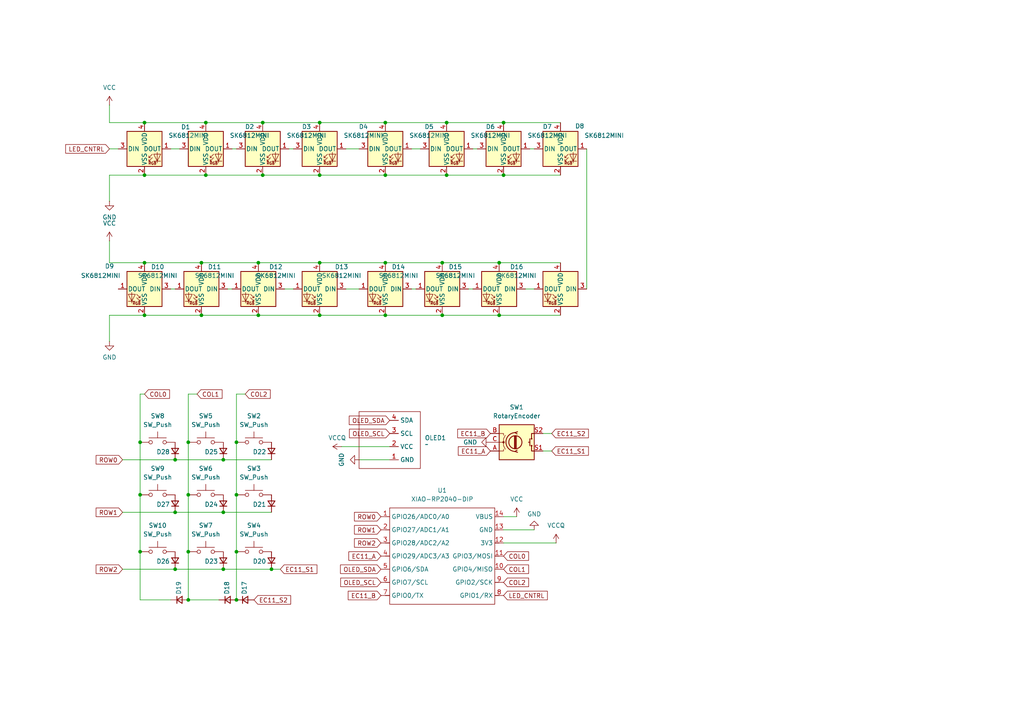
<source format=kicad_sch>
(kicad_sch
	(version 20250114)
	(generator "eeschema")
	(generator_version "9.0")
	(uuid "29fd01b6-88e2-47f1-81a8-ba98adbe7651")
	(paper "A4")
	(title_block
		(title "Hackpad -Rainier")
	)
	(lib_symbols
		(symbol "Device:D_Small"
			(pin_numbers
				(hide yes)
			)
			(pin_names
				(offset 0.254)
				(hide yes)
			)
			(exclude_from_sim no)
			(in_bom yes)
			(on_board yes)
			(property "Reference" "D"
				(at -1.27 2.032 0)
				(effects
					(font
						(size 1.27 1.27)
					)
					(justify left)
				)
			)
			(property "Value" "D_Small"
				(at -3.81 -2.032 0)
				(effects
					(font
						(size 1.27 1.27)
					)
					(justify left)
				)
			)
			(property "Footprint" ""
				(at 0 0 90)
				(effects
					(font
						(size 1.27 1.27)
					)
					(hide yes)
				)
			)
			(property "Datasheet" "~"
				(at 0 0 90)
				(effects
					(font
						(size 1.27 1.27)
					)
					(hide yes)
				)
			)
			(property "Description" "Diode, small symbol"
				(at 0 0 0)
				(effects
					(font
						(size 1.27 1.27)
					)
					(hide yes)
				)
			)
			(property "Sim.Device" "D"
				(at 0 0 0)
				(effects
					(font
						(size 1.27 1.27)
					)
					(hide yes)
				)
			)
			(property "Sim.Pins" "1=K 2=A"
				(at 0 0 0)
				(effects
					(font
						(size 1.27 1.27)
					)
					(hide yes)
				)
			)
			(property "ki_keywords" "diode"
				(at 0 0 0)
				(effects
					(font
						(size 1.27 1.27)
					)
					(hide yes)
				)
			)
			(property "ki_fp_filters" "TO-???* *_Diode_* *SingleDiode* D_*"
				(at 0 0 0)
				(effects
					(font
						(size 1.27 1.27)
					)
					(hide yes)
				)
			)
			(symbol "D_Small_0_1"
				(polyline
					(pts
						(xy -0.762 0) (xy 0.762 0)
					)
					(stroke
						(width 0)
						(type default)
					)
					(fill
						(type none)
					)
				)
				(polyline
					(pts
						(xy -0.762 -1.016) (xy -0.762 1.016)
					)
					(stroke
						(width 0.254)
						(type default)
					)
					(fill
						(type none)
					)
				)
				(polyline
					(pts
						(xy 0.762 -1.016) (xy -0.762 0) (xy 0.762 1.016) (xy 0.762 -1.016)
					)
					(stroke
						(width 0.254)
						(type default)
					)
					(fill
						(type none)
					)
				)
			)
			(symbol "D_Small_1_1"
				(pin passive line
					(at -2.54 0 0)
					(length 1.778)
					(name "K"
						(effects
							(font
								(size 1.27 1.27)
							)
						)
					)
					(number "1"
						(effects
							(font
								(size 1.27 1.27)
							)
						)
					)
				)
				(pin passive line
					(at 2.54 0 180)
					(length 1.778)
					(name "A"
						(effects
							(font
								(size 1.27 1.27)
							)
						)
					)
					(number "2"
						(effects
							(font
								(size 1.27 1.27)
							)
						)
					)
				)
			)
			(embedded_fonts no)
		)
		(symbol "Device:RotaryEncoder_Switch"
			(pin_names
				(offset 0.254)
				(hide yes)
			)
			(exclude_from_sim no)
			(in_bom yes)
			(on_board yes)
			(property "Reference" "SW"
				(at 0 6.604 0)
				(effects
					(font
						(size 1.27 1.27)
					)
				)
			)
			(property "Value" "RotaryEncoder_Switch"
				(at 0 -6.604 0)
				(effects
					(font
						(size 1.27 1.27)
					)
				)
			)
			(property "Footprint" ""
				(at -3.81 4.064 0)
				(effects
					(font
						(size 1.27 1.27)
					)
					(hide yes)
				)
			)
			(property "Datasheet" "~"
				(at 0 6.604 0)
				(effects
					(font
						(size 1.27 1.27)
					)
					(hide yes)
				)
			)
			(property "Description" "Rotary encoder, dual channel, incremental quadrate outputs, with switch"
				(at 0 0 0)
				(effects
					(font
						(size 1.27 1.27)
					)
					(hide yes)
				)
			)
			(property "ki_keywords" "rotary switch encoder switch push button"
				(at 0 0 0)
				(effects
					(font
						(size 1.27 1.27)
					)
					(hide yes)
				)
			)
			(property "ki_fp_filters" "RotaryEncoder*Switch*"
				(at 0 0 0)
				(effects
					(font
						(size 1.27 1.27)
					)
					(hide yes)
				)
			)
			(symbol "RotaryEncoder_Switch_0_1"
				(rectangle
					(start -5.08 5.08)
					(end 5.08 -5.08)
					(stroke
						(width 0.254)
						(type default)
					)
					(fill
						(type background)
					)
				)
				(polyline
					(pts
						(xy -5.08 2.54) (xy -3.81 2.54) (xy -3.81 2.032)
					)
					(stroke
						(width 0)
						(type default)
					)
					(fill
						(type none)
					)
				)
				(polyline
					(pts
						(xy -5.08 0) (xy -3.81 0) (xy -3.81 -1.016) (xy -3.302 -2.032)
					)
					(stroke
						(width 0)
						(type default)
					)
					(fill
						(type none)
					)
				)
				(polyline
					(pts
						(xy -5.08 -2.54) (xy -3.81 -2.54) (xy -3.81 -2.032)
					)
					(stroke
						(width 0)
						(type default)
					)
					(fill
						(type none)
					)
				)
				(polyline
					(pts
						(xy -4.318 0) (xy -3.81 0) (xy -3.81 1.016) (xy -3.302 2.032)
					)
					(stroke
						(width 0)
						(type default)
					)
					(fill
						(type none)
					)
				)
				(circle
					(center -3.81 0)
					(radius 0.254)
					(stroke
						(width 0)
						(type default)
					)
					(fill
						(type outline)
					)
				)
				(polyline
					(pts
						(xy -0.635 -1.778) (xy -0.635 1.778)
					)
					(stroke
						(width 0.254)
						(type default)
					)
					(fill
						(type none)
					)
				)
				(circle
					(center -0.381 0)
					(radius 1.905)
					(stroke
						(width 0.254)
						(type default)
					)
					(fill
						(type none)
					)
				)
				(polyline
					(pts
						(xy -0.381 -1.778) (xy -0.381 1.778)
					)
					(stroke
						(width 0.254)
						(type default)
					)
					(fill
						(type none)
					)
				)
				(arc
					(start -0.381 -2.794)
					(mid -3.0988 -0.0635)
					(end -0.381 2.667)
					(stroke
						(width 0.254)
						(type default)
					)
					(fill
						(type none)
					)
				)
				(polyline
					(pts
						(xy -0.127 1.778) (xy -0.127 -1.778)
					)
					(stroke
						(width 0.254)
						(type default)
					)
					(fill
						(type none)
					)
				)
				(polyline
					(pts
						(xy 0.254 2.921) (xy -0.508 2.667) (xy 0.127 2.286)
					)
					(stroke
						(width 0.254)
						(type default)
					)
					(fill
						(type none)
					)
				)
				(polyline
					(pts
						(xy 0.254 -3.048) (xy -0.508 -2.794) (xy 0.127 -2.413)
					)
					(stroke
						(width 0.254)
						(type default)
					)
					(fill
						(type none)
					)
				)
				(polyline
					(pts
						(xy 3.81 1.016) (xy 3.81 -1.016)
					)
					(stroke
						(width 0.254)
						(type default)
					)
					(fill
						(type none)
					)
				)
				(polyline
					(pts
						(xy 3.81 0) (xy 3.429 0)
					)
					(stroke
						(width 0.254)
						(type default)
					)
					(fill
						(type none)
					)
				)
				(circle
					(center 4.318 1.016)
					(radius 0.127)
					(stroke
						(width 0.254)
						(type default)
					)
					(fill
						(type none)
					)
				)
				(circle
					(center 4.318 -1.016)
					(radius 0.127)
					(stroke
						(width 0.254)
						(type default)
					)
					(fill
						(type none)
					)
				)
				(polyline
					(pts
						(xy 5.08 2.54) (xy 4.318 2.54) (xy 4.318 1.016)
					)
					(stroke
						(width 0.254)
						(type default)
					)
					(fill
						(type none)
					)
				)
				(polyline
					(pts
						(xy 5.08 -2.54) (xy 4.318 -2.54) (xy 4.318 -1.016)
					)
					(stroke
						(width 0.254)
						(type default)
					)
					(fill
						(type none)
					)
				)
			)
			(symbol "RotaryEncoder_Switch_1_1"
				(pin passive line
					(at -7.62 2.54 0)
					(length 2.54)
					(name "A"
						(effects
							(font
								(size 1.27 1.27)
							)
						)
					)
					(number "A"
						(effects
							(font
								(size 1.27 1.27)
							)
						)
					)
				)
				(pin passive line
					(at -7.62 0 0)
					(length 2.54)
					(name "C"
						(effects
							(font
								(size 1.27 1.27)
							)
						)
					)
					(number "C"
						(effects
							(font
								(size 1.27 1.27)
							)
						)
					)
				)
				(pin passive line
					(at -7.62 -2.54 0)
					(length 2.54)
					(name "B"
						(effects
							(font
								(size 1.27 1.27)
							)
						)
					)
					(number "B"
						(effects
							(font
								(size 1.27 1.27)
							)
						)
					)
				)
				(pin passive line
					(at 7.62 2.54 180)
					(length 2.54)
					(name "S1"
						(effects
							(font
								(size 1.27 1.27)
							)
						)
					)
					(number "S1"
						(effects
							(font
								(size 1.27 1.27)
							)
						)
					)
				)
				(pin passive line
					(at 7.62 -2.54 180)
					(length 2.54)
					(name "S2"
						(effects
							(font
								(size 1.27 1.27)
							)
						)
					)
					(number "S2"
						(effects
							(font
								(size 1.27 1.27)
							)
						)
					)
				)
			)
			(embedded_fonts no)
		)
		(symbol "LED:SK6812MINI"
			(pin_names
				(offset 0.254)
			)
			(exclude_from_sim no)
			(in_bom yes)
			(on_board yes)
			(property "Reference" "D"
				(at 5.08 5.715 0)
				(effects
					(font
						(size 1.27 1.27)
					)
					(justify right bottom)
				)
			)
			(property "Value" "SK6812MINI"
				(at 1.27 -5.715 0)
				(effects
					(font
						(size 1.27 1.27)
					)
					(justify left top)
				)
			)
			(property "Footprint" "LED_SMD:LED_SK6812MINI_PLCC4_3.5x3.5mm_P1.75mm"
				(at 1.27 -7.62 0)
				(effects
					(font
						(size 1.27 1.27)
					)
					(justify left top)
					(hide yes)
				)
			)
			(property "Datasheet" "https://cdn-shop.adafruit.com/product-files/2686/SK6812MINI_REV.01-1-2.pdf"
				(at 2.54 -9.525 0)
				(effects
					(font
						(size 1.27 1.27)
					)
					(justify left top)
					(hide yes)
				)
			)
			(property "Description" "RGB LED with integrated controller"
				(at 0 0 0)
				(effects
					(font
						(size 1.27 1.27)
					)
					(hide yes)
				)
			)
			(property "ki_keywords" "RGB LED NeoPixel Mini addressable"
				(at 0 0 0)
				(effects
					(font
						(size 1.27 1.27)
					)
					(hide yes)
				)
			)
			(property "ki_fp_filters" "LED*SK6812MINI*PLCC*3.5x3.5mm*P1.75mm*"
				(at 0 0 0)
				(effects
					(font
						(size 1.27 1.27)
					)
					(hide yes)
				)
			)
			(symbol "SK6812MINI_0_0"
				(text "RGB"
					(at 2.286 -4.191 0)
					(effects
						(font
							(size 0.762 0.762)
						)
					)
				)
			)
			(symbol "SK6812MINI_0_1"
				(polyline
					(pts
						(xy 1.27 -2.54) (xy 1.778 -2.54)
					)
					(stroke
						(width 0)
						(type default)
					)
					(fill
						(type none)
					)
				)
				(polyline
					(pts
						(xy 1.27 -3.556) (xy 1.778 -3.556)
					)
					(stroke
						(width 0)
						(type default)
					)
					(fill
						(type none)
					)
				)
				(polyline
					(pts
						(xy 2.286 -1.524) (xy 1.27 -2.54) (xy 1.27 -2.032)
					)
					(stroke
						(width 0)
						(type default)
					)
					(fill
						(type none)
					)
				)
				(polyline
					(pts
						(xy 2.286 -2.54) (xy 1.27 -3.556) (xy 1.27 -3.048)
					)
					(stroke
						(width 0)
						(type default)
					)
					(fill
						(type none)
					)
				)
				(polyline
					(pts
						(xy 3.683 -1.016) (xy 3.683 -3.556) (xy 3.683 -4.064)
					)
					(stroke
						(width 0)
						(type default)
					)
					(fill
						(type none)
					)
				)
				(polyline
					(pts
						(xy 4.699 -1.524) (xy 2.667 -1.524) (xy 3.683 -3.556) (xy 4.699 -1.524)
					)
					(stroke
						(width 0)
						(type default)
					)
					(fill
						(type none)
					)
				)
				(polyline
					(pts
						(xy 4.699 -3.556) (xy 2.667 -3.556)
					)
					(stroke
						(width 0)
						(type default)
					)
					(fill
						(type none)
					)
				)
				(rectangle
					(start 5.08 5.08)
					(end -5.08 -5.08)
					(stroke
						(width 0.254)
						(type default)
					)
					(fill
						(type background)
					)
				)
			)
			(symbol "SK6812MINI_1_1"
				(pin input line
					(at -7.62 0 0)
					(length 2.54)
					(name "DIN"
						(effects
							(font
								(size 1.27 1.27)
							)
						)
					)
					(number "3"
						(effects
							(font
								(size 1.27 1.27)
							)
						)
					)
				)
				(pin power_in line
					(at 0 7.62 270)
					(length 2.54)
					(name "VDD"
						(effects
							(font
								(size 1.27 1.27)
							)
						)
					)
					(number "4"
						(effects
							(font
								(size 1.27 1.27)
							)
						)
					)
				)
				(pin power_in line
					(at 0 -7.62 90)
					(length 2.54)
					(name "VSS"
						(effects
							(font
								(size 1.27 1.27)
							)
						)
					)
					(number "2"
						(effects
							(font
								(size 1.27 1.27)
							)
						)
					)
				)
				(pin output line
					(at 7.62 0 180)
					(length 2.54)
					(name "DOUT"
						(effects
							(font
								(size 1.27 1.27)
							)
						)
					)
					(number "1"
						(effects
							(font
								(size 1.27 1.27)
							)
						)
					)
				)
			)
			(embedded_fonts no)
		)
		(symbol "OLED:OLED"
			(exclude_from_sim no)
			(in_bom yes)
			(on_board yes)
			(property "Reference" "OLED"
				(at 0 0 0)
				(effects
					(font
						(size 1.27 1.27)
					)
				)
			)
			(property "Value" ""
				(at 0 0 0)
				(effects
					(font
						(size 1.27 1.27)
					)
				)
			)
			(property "Footprint" ""
				(at 0 0 0)
				(effects
					(font
						(size 1.27 1.27)
					)
					(hide yes)
				)
			)
			(property "Datasheet" ""
				(at 0 0 0)
				(effects
					(font
						(size 1.27 1.27)
					)
					(hide yes)
				)
			)
			(property "Description" ""
				(at 0 0 0)
				(effects
					(font
						(size 1.27 1.27)
					)
					(hide yes)
				)
			)
			(symbol "OLED_0_1"
				(rectangle
					(start 8.89 1.27)
					(end -7.62 -16.51)
					(stroke
						(width 0)
						(type default)
					)
					(fill
						(type none)
					)
				)
			)
			(symbol "OLED_1_1"
				(pin input line
					(at -5.08 -7.62 270)
					(length 2.54)
					(name "GND"
						(effects
							(font
								(size 1.27 1.27)
							)
						)
					)
					(number "1"
						(effects
							(font
								(size 1.27 1.27)
							)
						)
					)
				)
				(pin input line
					(at -1.27 -7.62 270)
					(length 2.54)
					(name "VCC"
						(effects
							(font
								(size 1.27 1.27)
							)
						)
					)
					(number "2"
						(effects
							(font
								(size 1.27 1.27)
							)
						)
					)
				)
				(pin input line
					(at 2.54 -7.62 270)
					(length 2.54)
					(name "SCL"
						(effects
							(font
								(size 1.27 1.27)
							)
						)
					)
					(number "3"
						(effects
							(font
								(size 1.27 1.27)
							)
						)
					)
				)
				(pin input line
					(at 6.35 -7.62 270)
					(length 2.54)
					(name "SDA"
						(effects
							(font
								(size 1.27 1.27)
							)
						)
					)
					(number "4"
						(effects
							(font
								(size 1.27 1.27)
							)
						)
					)
				)
			)
			(embedded_fonts no)
		)
		(symbol "OPL:XIAO-RP2040-DIP"
			(exclude_from_sim no)
			(in_bom yes)
			(on_board yes)
			(property "Reference" "U"
				(at 0 0 0)
				(effects
					(font
						(size 1.27 1.27)
					)
				)
			)
			(property "Value" "XIAO-RP2040-DIP"
				(at 5.334 -1.778 0)
				(effects
					(font
						(size 1.27 1.27)
					)
				)
			)
			(property "Footprint" "Module:MOUDLE14P-XIAO-DIP-SMD"
				(at 14.478 -32.258 0)
				(effects
					(font
						(size 1.27 1.27)
					)
					(hide yes)
				)
			)
			(property "Datasheet" ""
				(at 0 0 0)
				(effects
					(font
						(size 1.27 1.27)
					)
					(hide yes)
				)
			)
			(property "Description" ""
				(at 0 0 0)
				(effects
					(font
						(size 1.27 1.27)
					)
					(hide yes)
				)
			)
			(symbol "XIAO-RP2040-DIP_1_0"
				(polyline
					(pts
						(xy -1.27 -2.54) (xy 29.21 -2.54)
					)
					(stroke
						(width 0.1524)
						(type solid)
					)
					(fill
						(type none)
					)
				)
				(polyline
					(pts
						(xy -1.27 -5.08) (xy -2.54 -5.08)
					)
					(stroke
						(width 0.1524)
						(type solid)
					)
					(fill
						(type none)
					)
				)
				(polyline
					(pts
						(xy -1.27 -5.08) (xy -1.27 -2.54)
					)
					(stroke
						(width 0.1524)
						(type solid)
					)
					(fill
						(type none)
					)
				)
				(polyline
					(pts
						(xy -1.27 -8.89) (xy -2.54 -8.89)
					)
					(stroke
						(width 0.1524)
						(type solid)
					)
					(fill
						(type none)
					)
				)
				(polyline
					(pts
						(xy -1.27 -8.89) (xy -1.27 -5.08)
					)
					(stroke
						(width 0.1524)
						(type solid)
					)
					(fill
						(type none)
					)
				)
				(polyline
					(pts
						(xy -1.27 -12.7) (xy -2.54 -12.7)
					)
					(stroke
						(width 0.1524)
						(type solid)
					)
					(fill
						(type none)
					)
				)
				(polyline
					(pts
						(xy -1.27 -12.7) (xy -1.27 -8.89)
					)
					(stroke
						(width 0.1524)
						(type solid)
					)
					(fill
						(type none)
					)
				)
				(polyline
					(pts
						(xy -1.27 -16.51) (xy -2.54 -16.51)
					)
					(stroke
						(width 0.1524)
						(type solid)
					)
					(fill
						(type none)
					)
				)
				(polyline
					(pts
						(xy -1.27 -16.51) (xy -1.27 -12.7)
					)
					(stroke
						(width 0.1524)
						(type solid)
					)
					(fill
						(type none)
					)
				)
				(polyline
					(pts
						(xy -1.27 -20.32) (xy -2.54 -20.32)
					)
					(stroke
						(width 0.1524)
						(type solid)
					)
					(fill
						(type none)
					)
				)
				(polyline
					(pts
						(xy -1.27 -24.13) (xy -2.54 -24.13)
					)
					(stroke
						(width 0.1524)
						(type solid)
					)
					(fill
						(type none)
					)
				)
				(polyline
					(pts
						(xy -1.27 -27.94) (xy -2.54 -27.94)
					)
					(stroke
						(width 0.1524)
						(type solid)
					)
					(fill
						(type none)
					)
				)
				(polyline
					(pts
						(xy -1.27 -30.48) (xy -1.27 -16.51)
					)
					(stroke
						(width 0.1524)
						(type solid)
					)
					(fill
						(type none)
					)
				)
				(polyline
					(pts
						(xy 29.21 -2.54) (xy 29.21 -5.08)
					)
					(stroke
						(width 0.1524)
						(type solid)
					)
					(fill
						(type none)
					)
				)
				(polyline
					(pts
						(xy 29.21 -5.08) (xy 29.21 -8.89)
					)
					(stroke
						(width 0.1524)
						(type solid)
					)
					(fill
						(type none)
					)
				)
				(polyline
					(pts
						(xy 29.21 -8.89) (xy 29.21 -12.7)
					)
					(stroke
						(width 0.1524)
						(type solid)
					)
					(fill
						(type none)
					)
				)
				(polyline
					(pts
						(xy 29.21 -12.7) (xy 29.21 -30.48)
					)
					(stroke
						(width 0.1524)
						(type solid)
					)
					(fill
						(type none)
					)
				)
				(polyline
					(pts
						(xy 29.21 -30.48) (xy -1.27 -30.48)
					)
					(stroke
						(width 0.1524)
						(type solid)
					)
					(fill
						(type none)
					)
				)
				(polyline
					(pts
						(xy 30.48 -5.08) (xy 29.21 -5.08)
					)
					(stroke
						(width 0.1524)
						(type solid)
					)
					(fill
						(type none)
					)
				)
				(polyline
					(pts
						(xy 30.48 -8.89) (xy 29.21 -8.89)
					)
					(stroke
						(width 0.1524)
						(type solid)
					)
					(fill
						(type none)
					)
				)
				(polyline
					(pts
						(xy 30.48 -12.7) (xy 29.21 -12.7)
					)
					(stroke
						(width 0.1524)
						(type solid)
					)
					(fill
						(type none)
					)
				)
				(polyline
					(pts
						(xy 30.48 -16.51) (xy 29.21 -16.51)
					)
					(stroke
						(width 0.1524)
						(type solid)
					)
					(fill
						(type none)
					)
				)
				(polyline
					(pts
						(xy 30.48 -20.32) (xy 29.21 -20.32)
					)
					(stroke
						(width 0.1524)
						(type solid)
					)
					(fill
						(type none)
					)
				)
				(polyline
					(pts
						(xy 30.48 -24.13) (xy 29.21 -24.13)
					)
					(stroke
						(width 0.1524)
						(type solid)
					)
					(fill
						(type none)
					)
				)
				(polyline
					(pts
						(xy 30.48 -27.94) (xy 29.21 -27.94)
					)
					(stroke
						(width 0.1524)
						(type solid)
					)
					(fill
						(type none)
					)
				)
				(pin passive line
					(at -3.81 -5.08 0)
					(length 2.54)
					(name "GPIO26/ADC0/A0"
						(effects
							(font
								(size 1.27 1.27)
							)
						)
					)
					(number "1"
						(effects
							(font
								(size 1.27 1.27)
							)
						)
					)
				)
				(pin passive line
					(at -3.81 -8.89 0)
					(length 2.54)
					(name "GPIO27/ADC1/A1"
						(effects
							(font
								(size 1.27 1.27)
							)
						)
					)
					(number "2"
						(effects
							(font
								(size 1.27 1.27)
							)
						)
					)
				)
				(pin passive line
					(at -3.81 -12.7 0)
					(length 2.54)
					(name "GPIO28/ADC2/A2"
						(effects
							(font
								(size 1.27 1.27)
							)
						)
					)
					(number "3"
						(effects
							(font
								(size 1.27 1.27)
							)
						)
					)
				)
				(pin passive line
					(at -3.81 -16.51 0)
					(length 2.54)
					(name "GPIO29/ADC3/A3"
						(effects
							(font
								(size 1.27 1.27)
							)
						)
					)
					(number "4"
						(effects
							(font
								(size 1.27 1.27)
							)
						)
					)
				)
				(pin passive line
					(at -3.81 -20.32 0)
					(length 2.54)
					(name "GPIO6/SDA"
						(effects
							(font
								(size 1.27 1.27)
							)
						)
					)
					(number "5"
						(effects
							(font
								(size 1.27 1.27)
							)
						)
					)
				)
				(pin passive line
					(at -3.81 -24.13 0)
					(length 2.54)
					(name "GPIO7/SCL"
						(effects
							(font
								(size 1.27 1.27)
							)
						)
					)
					(number "6"
						(effects
							(font
								(size 1.27 1.27)
							)
						)
					)
				)
				(pin passive line
					(at -3.81 -27.94 0)
					(length 2.54)
					(name "GPIO0/TX"
						(effects
							(font
								(size 1.27 1.27)
							)
						)
					)
					(number "7"
						(effects
							(font
								(size 1.27 1.27)
							)
						)
					)
				)
				(pin passive line
					(at 31.75 -5.08 180)
					(length 2.54)
					(name "VBUS"
						(effects
							(font
								(size 1.27 1.27)
							)
						)
					)
					(number "14"
						(effects
							(font
								(size 1.27 1.27)
							)
						)
					)
				)
				(pin passive line
					(at 31.75 -8.89 180)
					(length 2.54)
					(name "GND"
						(effects
							(font
								(size 1.27 1.27)
							)
						)
					)
					(number "13"
						(effects
							(font
								(size 1.27 1.27)
							)
						)
					)
				)
				(pin passive line
					(at 31.75 -12.7 180)
					(length 2.54)
					(name "3V3"
						(effects
							(font
								(size 1.27 1.27)
							)
						)
					)
					(number "12"
						(effects
							(font
								(size 1.27 1.27)
							)
						)
					)
				)
				(pin passive line
					(at 31.75 -16.51 180)
					(length 2.54)
					(name "GPIO3/MOSI"
						(effects
							(font
								(size 1.27 1.27)
							)
						)
					)
					(number "11"
						(effects
							(font
								(size 1.27 1.27)
							)
						)
					)
				)
				(pin passive line
					(at 31.75 -20.32 180)
					(length 2.54)
					(name "GPIO4/MISO"
						(effects
							(font
								(size 1.27 1.27)
							)
						)
					)
					(number "10"
						(effects
							(font
								(size 1.27 1.27)
							)
						)
					)
				)
				(pin passive line
					(at 31.75 -24.13 180)
					(length 2.54)
					(name "GPIO2/SCK"
						(effects
							(font
								(size 1.27 1.27)
							)
						)
					)
					(number "9"
						(effects
							(font
								(size 1.27 1.27)
							)
						)
					)
				)
				(pin passive line
					(at 31.75 -27.94 180)
					(length 2.54)
					(name "GPIO1/RX"
						(effects
							(font
								(size 1.27 1.27)
							)
						)
					)
					(number "8"
						(effects
							(font
								(size 1.27 1.27)
							)
						)
					)
				)
			)
			(embedded_fonts no)
		)
		(symbol "Switch:SW_Push"
			(pin_numbers
				(hide yes)
			)
			(pin_names
				(offset 1.016)
				(hide yes)
			)
			(exclude_from_sim no)
			(in_bom yes)
			(on_board yes)
			(property "Reference" "SW"
				(at 1.27 2.54 0)
				(effects
					(font
						(size 1.27 1.27)
					)
					(justify left)
				)
			)
			(property "Value" "SW_Push"
				(at 0 -1.524 0)
				(effects
					(font
						(size 1.27 1.27)
					)
				)
			)
			(property "Footprint" ""
				(at 0 5.08 0)
				(effects
					(font
						(size 1.27 1.27)
					)
					(hide yes)
				)
			)
			(property "Datasheet" "~"
				(at 0 5.08 0)
				(effects
					(font
						(size 1.27 1.27)
					)
					(hide yes)
				)
			)
			(property "Description" "Push button switch, generic, two pins"
				(at 0 0 0)
				(effects
					(font
						(size 1.27 1.27)
					)
					(hide yes)
				)
			)
			(property "ki_keywords" "switch normally-open pushbutton push-button"
				(at 0 0 0)
				(effects
					(font
						(size 1.27 1.27)
					)
					(hide yes)
				)
			)
			(symbol "SW_Push_0_1"
				(circle
					(center -2.032 0)
					(radius 0.508)
					(stroke
						(width 0)
						(type default)
					)
					(fill
						(type none)
					)
				)
				(polyline
					(pts
						(xy 0 1.27) (xy 0 3.048)
					)
					(stroke
						(width 0)
						(type default)
					)
					(fill
						(type none)
					)
				)
				(circle
					(center 2.032 0)
					(radius 0.508)
					(stroke
						(width 0)
						(type default)
					)
					(fill
						(type none)
					)
				)
				(polyline
					(pts
						(xy 2.54 1.27) (xy -2.54 1.27)
					)
					(stroke
						(width 0)
						(type default)
					)
					(fill
						(type none)
					)
				)
				(pin passive line
					(at -5.08 0 0)
					(length 2.54)
					(name "1"
						(effects
							(font
								(size 1.27 1.27)
							)
						)
					)
					(number "1"
						(effects
							(font
								(size 1.27 1.27)
							)
						)
					)
				)
				(pin passive line
					(at 5.08 0 180)
					(length 2.54)
					(name "2"
						(effects
							(font
								(size 1.27 1.27)
							)
						)
					)
					(number "2"
						(effects
							(font
								(size 1.27 1.27)
							)
						)
					)
				)
			)
			(embedded_fonts no)
		)
		(symbol "power:GND"
			(power)
			(pin_numbers
				(hide yes)
			)
			(pin_names
				(offset 0)
				(hide yes)
			)
			(exclude_from_sim no)
			(in_bom yes)
			(on_board yes)
			(property "Reference" "#PWR"
				(at 0 -6.35 0)
				(effects
					(font
						(size 1.27 1.27)
					)
					(hide yes)
				)
			)
			(property "Value" "GND"
				(at 0 -3.81 0)
				(effects
					(font
						(size 1.27 1.27)
					)
				)
			)
			(property "Footprint" ""
				(at 0 0 0)
				(effects
					(font
						(size 1.27 1.27)
					)
					(hide yes)
				)
			)
			(property "Datasheet" ""
				(at 0 0 0)
				(effects
					(font
						(size 1.27 1.27)
					)
					(hide yes)
				)
			)
			(property "Description" "Power symbol creates a global label with name \"GND\" , ground"
				(at 0 0 0)
				(effects
					(font
						(size 1.27 1.27)
					)
					(hide yes)
				)
			)
			(property "ki_keywords" "global power"
				(at 0 0 0)
				(effects
					(font
						(size 1.27 1.27)
					)
					(hide yes)
				)
			)
			(symbol "GND_0_1"
				(polyline
					(pts
						(xy 0 0) (xy 0 -1.27) (xy 1.27 -1.27) (xy 0 -2.54) (xy -1.27 -1.27) (xy 0 -1.27)
					)
					(stroke
						(width 0)
						(type default)
					)
					(fill
						(type none)
					)
				)
			)
			(symbol "GND_1_1"
				(pin power_in line
					(at 0 0 270)
					(length 0)
					(name "~"
						(effects
							(font
								(size 1.27 1.27)
							)
						)
					)
					(number "1"
						(effects
							(font
								(size 1.27 1.27)
							)
						)
					)
				)
			)
			(embedded_fonts no)
		)
		(symbol "power:VCC"
			(power)
			(pin_numbers
				(hide yes)
			)
			(pin_names
				(offset 0)
				(hide yes)
			)
			(exclude_from_sim no)
			(in_bom yes)
			(on_board yes)
			(property "Reference" "#PWR"
				(at 0 -3.81 0)
				(effects
					(font
						(size 1.27 1.27)
					)
					(hide yes)
				)
			)
			(property "Value" "VCC"
				(at 0 3.556 0)
				(effects
					(font
						(size 1.27 1.27)
					)
				)
			)
			(property "Footprint" ""
				(at 0 0 0)
				(effects
					(font
						(size 1.27 1.27)
					)
					(hide yes)
				)
			)
			(property "Datasheet" ""
				(at 0 0 0)
				(effects
					(font
						(size 1.27 1.27)
					)
					(hide yes)
				)
			)
			(property "Description" "Power symbol creates a global label with name \"VCC\""
				(at 0 0 0)
				(effects
					(font
						(size 1.27 1.27)
					)
					(hide yes)
				)
			)
			(property "ki_keywords" "global power"
				(at 0 0 0)
				(effects
					(font
						(size 1.27 1.27)
					)
					(hide yes)
				)
			)
			(symbol "VCC_0_1"
				(polyline
					(pts
						(xy -0.762 1.27) (xy 0 2.54)
					)
					(stroke
						(width 0)
						(type default)
					)
					(fill
						(type none)
					)
				)
				(polyline
					(pts
						(xy 0 2.54) (xy 0.762 1.27)
					)
					(stroke
						(width 0)
						(type default)
					)
					(fill
						(type none)
					)
				)
				(polyline
					(pts
						(xy 0 0) (xy 0 2.54)
					)
					(stroke
						(width 0)
						(type default)
					)
					(fill
						(type none)
					)
				)
			)
			(symbol "VCC_1_1"
				(pin power_in line
					(at 0 0 90)
					(length 0)
					(name "~"
						(effects
							(font
								(size 1.27 1.27)
							)
						)
					)
					(number "1"
						(effects
							(font
								(size 1.27 1.27)
							)
						)
					)
				)
			)
			(embedded_fonts no)
		)
		(symbol "power:VCCQ"
			(power)
			(pin_numbers
				(hide yes)
			)
			(pin_names
				(offset 0)
				(hide yes)
			)
			(exclude_from_sim no)
			(in_bom yes)
			(on_board yes)
			(property "Reference" "#PWR"
				(at 0 -3.81 0)
				(effects
					(font
						(size 1.27 1.27)
					)
					(hide yes)
				)
			)
			(property "Value" "VCCQ"
				(at 0 3.556 0)
				(effects
					(font
						(size 1.27 1.27)
					)
				)
			)
			(property "Footprint" ""
				(at 0 0 0)
				(effects
					(font
						(size 1.27 1.27)
					)
					(hide yes)
				)
			)
			(property "Datasheet" ""
				(at 0 0 0)
				(effects
					(font
						(size 1.27 1.27)
					)
					(hide yes)
				)
			)
			(property "Description" "Power symbol creates a global label with name \"VCCQ\""
				(at 0 0 0)
				(effects
					(font
						(size 1.27 1.27)
					)
					(hide yes)
				)
			)
			(property "ki_keywords" "global power"
				(at 0 0 0)
				(effects
					(font
						(size 1.27 1.27)
					)
					(hide yes)
				)
			)
			(symbol "VCCQ_0_1"
				(polyline
					(pts
						(xy -0.762 1.27) (xy 0 2.54)
					)
					(stroke
						(width 0)
						(type default)
					)
					(fill
						(type none)
					)
				)
				(polyline
					(pts
						(xy 0 2.54) (xy 0.762 1.27)
					)
					(stroke
						(width 0)
						(type default)
					)
					(fill
						(type none)
					)
				)
				(polyline
					(pts
						(xy 0 0) (xy 0 2.54)
					)
					(stroke
						(width 0)
						(type default)
					)
					(fill
						(type none)
					)
				)
			)
			(symbol "VCCQ_1_1"
				(pin power_in line
					(at 0 0 90)
					(length 0)
					(name "~"
						(effects
							(font
								(size 1.27 1.27)
							)
						)
					)
					(number "1"
						(effects
							(font
								(size 1.27 1.27)
							)
						)
					)
				)
			)
			(embedded_fonts no)
		)
	)
	(junction
		(at 92.71 50.8)
		(diameter 0)
		(color 0 0 0 0)
		(uuid "016fd0e9-705a-4bd8-8418-6a5c63c802e3")
	)
	(junction
		(at 64.77 133.35)
		(diameter 0)
		(color 0 0 0 0)
		(uuid "04ae44ea-93a0-4d1a-aa6c-ccc2bf010b5d")
	)
	(junction
		(at 146.05 35.56)
		(diameter 0)
		(color 0 0 0 0)
		(uuid "0e080f25-f10a-43ee-97c3-c0bbd9011027")
	)
	(junction
		(at 144.78 91.44)
		(diameter 0)
		(color 0 0 0 0)
		(uuid "0ee57e20-43fd-4f0d-af66-655f9e0c701f")
	)
	(junction
		(at 76.2 50.8)
		(diameter 0)
		(color 0 0 0 0)
		(uuid "180ed689-8cee-478b-abed-a74340841e6d")
	)
	(junction
		(at 64.77 148.59)
		(diameter 0)
		(color 0 0 0 0)
		(uuid "196707f6-a3a4-4237-a4a3-1b131e909c61")
	)
	(junction
		(at 92.71 76.2)
		(diameter 0)
		(color 0 0 0 0)
		(uuid "1b249d84-e2bc-4beb-be4d-d3364b55605e")
	)
	(junction
		(at 68.58 128.27)
		(diameter 0)
		(color 0 0 0 0)
		(uuid "1e267121-dd75-4951-96ff-581f876a9bbe")
	)
	(junction
		(at 68.58 143.51)
		(diameter 0)
		(color 0 0 0 0)
		(uuid "284671ff-81eb-4d1e-8e6f-13f019071ec6")
	)
	(junction
		(at 41.91 76.2)
		(diameter 0)
		(color 0 0 0 0)
		(uuid "2ca7e671-92bf-4d61-b4da-138716fd3db8")
	)
	(junction
		(at 76.2 35.56)
		(diameter 0)
		(color 0 0 0 0)
		(uuid "2d9f31ff-c5f3-450b-b8ef-8f819be9f623")
	)
	(junction
		(at 54.61 160.02)
		(diameter 0)
		(color 0 0 0 0)
		(uuid "3f2b04ee-52bc-475f-956e-b16d30d4b9e0")
	)
	(junction
		(at 111.76 76.2)
		(diameter 0)
		(color 0 0 0 0)
		(uuid "45d2868b-1dae-4c30-b6d4-2c362549ac23")
	)
	(junction
		(at 58.42 91.44)
		(diameter 0)
		(color 0 0 0 0)
		(uuid "46336be0-0944-4fcc-81bb-7cf54f0e78ae")
	)
	(junction
		(at 111.76 50.8)
		(diameter 0)
		(color 0 0 0 0)
		(uuid "4823d1a2-340a-40f5-ad6f-e9a478a65b94")
	)
	(junction
		(at 92.71 91.44)
		(diameter 0)
		(color 0 0 0 0)
		(uuid "56f88153-f55a-44e6-a930-409fe9aa7d21")
	)
	(junction
		(at 40.64 128.27)
		(diameter 0)
		(color 0 0 0 0)
		(uuid "59412ce1-8073-4739-9573-d0715387b3c3")
	)
	(junction
		(at 54.61 143.51)
		(diameter 0)
		(color 0 0 0 0)
		(uuid "61b7ca5d-c907-48e4-b7d0-433ec69795bd")
	)
	(junction
		(at 41.91 91.44)
		(diameter 0)
		(color 0 0 0 0)
		(uuid "63410a06-0fd1-4d44-ba06-511d6d4b4dd4")
	)
	(junction
		(at 129.54 50.8)
		(diameter 0)
		(color 0 0 0 0)
		(uuid "6ef45767-1038-4416-bbea-f3907094d162")
	)
	(junction
		(at 59.69 35.56)
		(diameter 0)
		(color 0 0 0 0)
		(uuid "703f2173-7b86-4950-92dc-fa646b327bbe")
	)
	(junction
		(at 41.91 50.8)
		(diameter 0)
		(color 0 0 0 0)
		(uuid "70a2a2da-8400-4880-a484-19fdac37c8e9")
	)
	(junction
		(at 58.42 76.2)
		(diameter 0)
		(color 0 0 0 0)
		(uuid "7264614b-1492-4adb-8f12-0486ca8acc7c")
	)
	(junction
		(at 40.64 143.51)
		(diameter 0)
		(color 0 0 0 0)
		(uuid "73c8e508-b6c6-4e5a-bbd3-ea26b26ee7e9")
	)
	(junction
		(at 68.58 160.02)
		(diameter 0)
		(color 0 0 0 0)
		(uuid "882076e3-6412-4c3d-96a1-759e5785c7ff")
	)
	(junction
		(at 129.54 35.56)
		(diameter 0)
		(color 0 0 0 0)
		(uuid "8b189536-fddc-44dd-bf77-23aee2952c20")
	)
	(junction
		(at 40.64 160.02)
		(diameter 0)
		(color 0 0 0 0)
		(uuid "8da8102a-caa6-4318-96e8-84c46199e648")
	)
	(junction
		(at 50.8 133.35)
		(diameter 0)
		(color 0 0 0 0)
		(uuid "9710697f-2d4e-49c2-87d8-2105c249ab68")
	)
	(junction
		(at 41.91 35.56)
		(diameter 0)
		(color 0 0 0 0)
		(uuid "9ce16694-6ff8-4759-b286-449091958cc4")
	)
	(junction
		(at 50.8 165.1)
		(diameter 0)
		(color 0 0 0 0)
		(uuid "9dd829c3-f5b8-45cd-ab9e-21820bef1a95")
	)
	(junction
		(at 74.93 91.44)
		(diameter 0)
		(color 0 0 0 0)
		(uuid "9ed05f4a-3dc3-4a70-a43c-0c63f8f9b35f")
	)
	(junction
		(at 111.76 91.44)
		(diameter 0)
		(color 0 0 0 0)
		(uuid "a2ef768b-c993-495f-b8f1-36262ad6e6c6")
	)
	(junction
		(at 74.93 76.2)
		(diameter 0)
		(color 0 0 0 0)
		(uuid "addbc614-c611-4426-81fe-ab10a44d72d1")
	)
	(junction
		(at 54.61 128.27)
		(diameter 0)
		(color 0 0 0 0)
		(uuid "b2774207-292f-4e2b-be28-017093439b92")
	)
	(junction
		(at 92.71 35.56)
		(diameter 0)
		(color 0 0 0 0)
		(uuid "b485b08f-3c3e-481b-b667-723a4def002b")
	)
	(junction
		(at 128.27 91.44)
		(diameter 0)
		(color 0 0 0 0)
		(uuid "bb2cf4b2-8ffe-4c90-b6f1-2f847826370f")
	)
	(junction
		(at 128.27 76.2)
		(diameter 0)
		(color 0 0 0 0)
		(uuid "c103b05f-d51f-4af6-a9ba-a85f736e3315")
	)
	(junction
		(at 54.61 173.99)
		(diameter 0)
		(color 0 0 0 0)
		(uuid "c6f70975-d3ba-424d-9d07-448cecb04d3e")
	)
	(junction
		(at 64.77 165.1)
		(diameter 0)
		(color 0 0 0 0)
		(uuid "c8b4d3c9-8b24-4b6a-bbcb-b99ddbc769bd")
	)
	(junction
		(at 144.78 76.2)
		(diameter 0)
		(color 0 0 0 0)
		(uuid "d9aff1ce-d7bf-4eda-90d4-12fdf9208176")
	)
	(junction
		(at 50.8 148.59)
		(diameter 0)
		(color 0 0 0 0)
		(uuid "def4ad38-034e-41d6-834e-8b4e7beefd32")
	)
	(junction
		(at 111.76 35.56)
		(diameter 0)
		(color 0 0 0 0)
		(uuid "e02dd6f2-1ea7-46b8-9c4e-666a7901abb5")
	)
	(junction
		(at 68.58 173.99)
		(diameter 0)
		(color 0 0 0 0)
		(uuid "e0f244e0-2b3a-4cfc-9e0e-3cd7f350e5f3")
	)
	(junction
		(at 59.69 50.8)
		(diameter 0)
		(color 0 0 0 0)
		(uuid "e659042d-548d-463a-9d38-f9d6f0614986")
	)
	(junction
		(at 78.74 165.1)
		(diameter 0)
		(color 0 0 0 0)
		(uuid "f363a93d-a7dd-4f76-ab83-0caf07c07f44")
	)
	(junction
		(at 146.05 50.8)
		(diameter 0)
		(color 0 0 0 0)
		(uuid "fed19f7f-6bc6-495a-87ec-182f0fae5443")
	)
	(wire
		(pts
			(xy 92.71 50.8) (xy 76.2 50.8)
		)
		(stroke
			(width 0)
			(type default)
		)
		(uuid "0451bcf3-8a85-4c61-9cdf-ea2e5dff5654")
	)
	(wire
		(pts
			(xy 111.76 76.2) (xy 92.71 76.2)
		)
		(stroke
			(width 0)
			(type default)
		)
		(uuid "0b78b93c-1bf9-4bd1-b6cb-1d767c6f514f")
	)
	(wire
		(pts
			(xy 50.8 148.59) (xy 35.56 148.59)
		)
		(stroke
			(width 0)
			(type default)
		)
		(uuid "0e2bef53-4b78-4ea2-81ec-ee50acf5a14f")
	)
	(wire
		(pts
			(xy 40.64 143.51) (xy 40.64 160.02)
		)
		(stroke
			(width 0)
			(type default)
		)
		(uuid "11872a12-55c1-422a-b947-3eb9c2e08e43")
	)
	(wire
		(pts
			(xy 144.78 91.44) (xy 128.27 91.44)
		)
		(stroke
			(width 0)
			(type default)
		)
		(uuid "1413de38-87ee-489b-97cd-92bbdfe25ed5")
	)
	(wire
		(pts
			(xy 162.56 35.56) (xy 146.05 35.56)
		)
		(stroke
			(width 0)
			(type default)
		)
		(uuid "175bcf7b-db8c-490e-83e0-3bf960927c68")
	)
	(wire
		(pts
			(xy 54.61 143.51) (xy 54.61 128.27)
		)
		(stroke
			(width 0)
			(type default)
		)
		(uuid "22ca9c05-79da-4d32-9d32-4ca031f1c9a3")
	)
	(wire
		(pts
			(xy 78.74 133.35) (xy 64.77 133.35)
		)
		(stroke
			(width 0)
			(type default)
		)
		(uuid "2470fbea-68d6-43e6-99b3-e2b4d9cadd6d")
	)
	(wire
		(pts
			(xy 162.56 50.8) (xy 146.05 50.8)
		)
		(stroke
			(width 0)
			(type default)
		)
		(uuid "249e6e68-bb61-4bed-85e9-c466dd45d8f8")
	)
	(wire
		(pts
			(xy 31.75 43.18) (xy 34.29 43.18)
		)
		(stroke
			(width 0)
			(type default)
		)
		(uuid "24a2d5c2-63ce-4a6e-99c9-868163be2746")
	)
	(wire
		(pts
			(xy 64.77 148.59) (xy 50.8 148.59)
		)
		(stroke
			(width 0)
			(type default)
		)
		(uuid "27fc837f-3f41-4bde-ade3-cb404e8ce694")
	)
	(wire
		(pts
			(xy 50.8 133.35) (xy 35.56 133.35)
		)
		(stroke
			(width 0)
			(type default)
		)
		(uuid "2d2afc33-9460-47be-8b5f-71603356fa3f")
	)
	(wire
		(pts
			(xy 99.06 129.54) (xy 113.03 129.54)
		)
		(stroke
			(width 0)
			(type default)
		)
		(uuid "33412130-4dee-4cba-b6a1-b0c4de899a5e")
	)
	(wire
		(pts
			(xy 31.75 50.8) (xy 31.75 58.42)
		)
		(stroke
			(width 0)
			(type default)
		)
		(uuid "33a4d1f0-fc14-4632-aa8b-c94893188f96")
	)
	(wire
		(pts
			(xy 153.67 43.18) (xy 154.94 43.18)
		)
		(stroke
			(width 0)
			(type default)
		)
		(uuid "37951e93-df1f-4b8c-aa2b-d2d3e8b149b0")
	)
	(wire
		(pts
			(xy 41.91 114.3) (xy 40.64 114.3)
		)
		(stroke
			(width 0)
			(type default)
		)
		(uuid "39a53f59-9d34-4ace-ac9d-63da3c425b80")
	)
	(wire
		(pts
			(xy 149.86 149.86) (xy 146.05 149.86)
		)
		(stroke
			(width 0)
			(type default)
		)
		(uuid "3fc0265e-423e-4624-bd86-4219129d72bb")
	)
	(wire
		(pts
			(xy 31.75 69.85) (xy 31.75 76.2)
		)
		(stroke
			(width 0)
			(type default)
		)
		(uuid "4082b110-ce5c-4159-b965-a60d7dec15cb")
	)
	(wire
		(pts
			(xy 92.71 35.56) (xy 76.2 35.56)
		)
		(stroke
			(width 0)
			(type default)
		)
		(uuid "41a81df5-22f9-45c9-863a-55f121e97977")
	)
	(wire
		(pts
			(xy 100.33 43.18) (xy 104.14 43.18)
		)
		(stroke
			(width 0)
			(type default)
		)
		(uuid "44056e41-3271-4cba-913b-afee442e0373")
	)
	(wire
		(pts
			(xy 59.69 35.56) (xy 76.2 35.56)
		)
		(stroke
			(width 0)
			(type default)
		)
		(uuid "49cab60f-6587-4bb5-8296-ec76ed395100")
	)
	(wire
		(pts
			(xy 129.54 50.8) (xy 111.76 50.8)
		)
		(stroke
			(width 0)
			(type default)
		)
		(uuid "555307a4-33ac-4c87-b010-91ea80961cd6")
	)
	(wire
		(pts
			(xy 74.93 76.2) (xy 58.42 76.2)
		)
		(stroke
			(width 0)
			(type default)
		)
		(uuid "5b2f50bc-1d74-40f5-8f14-1f9cecc0a931")
	)
	(wire
		(pts
			(xy 104.14 83.82) (xy 100.33 83.82)
		)
		(stroke
			(width 0)
			(type default)
		)
		(uuid "5c3defc6-8701-43c7-b9ed-9283f0106ed6")
	)
	(wire
		(pts
			(xy 74.93 91.44) (xy 92.71 91.44)
		)
		(stroke
			(width 0)
			(type default)
		)
		(uuid "5d351f20-0059-4061-b639-879c5c04f926")
	)
	(wire
		(pts
			(xy 67.31 83.82) (xy 66.04 83.82)
		)
		(stroke
			(width 0)
			(type default)
		)
		(uuid "62ae2f08-7244-4e7b-bdef-b8973914842d")
	)
	(wire
		(pts
			(xy 146.05 153.67) (xy 154.94 153.67)
		)
		(stroke
			(width 0)
			(type default)
		)
		(uuid "6a9c54aa-4e22-48c0-88cc-5fa03614002e")
	)
	(wire
		(pts
			(xy 41.91 35.56) (xy 31.75 35.56)
		)
		(stroke
			(width 0)
			(type default)
		)
		(uuid "6b6b101e-13d3-4252-af7b-093e8e9f84f8")
	)
	(wire
		(pts
			(xy 85.09 83.82) (xy 82.55 83.82)
		)
		(stroke
			(width 0)
			(type default)
		)
		(uuid "70dbc475-a226-4dc1-a7ce-3b2a4fa92d9c")
	)
	(wire
		(pts
			(xy 137.16 83.82) (xy 135.89 83.82)
		)
		(stroke
			(width 0)
			(type default)
		)
		(uuid "760565f5-0e98-41c0-b67a-f8a1a30b2e5a")
	)
	(wire
		(pts
			(xy 59.69 35.56) (xy 41.91 35.56)
		)
		(stroke
			(width 0)
			(type default)
		)
		(uuid "76c98c54-20d1-4d7b-bc4e-ef593df8c258")
	)
	(wire
		(pts
			(xy 144.78 91.44) (xy 162.56 91.44)
		)
		(stroke
			(width 0)
			(type default)
		)
		(uuid "775ef6ec-44d2-46ac-8024-462b4c411824")
	)
	(wire
		(pts
			(xy 144.78 76.2) (xy 128.27 76.2)
		)
		(stroke
			(width 0)
			(type default)
		)
		(uuid "7d4e3879-e08c-487e-ac2d-f69639fbab40")
	)
	(wire
		(pts
			(xy 170.18 43.18) (xy 170.18 83.82)
		)
		(stroke
			(width 0)
			(type default)
		)
		(uuid "7e82ae1b-af7e-45fb-bfd7-c347f121e510")
	)
	(wire
		(pts
			(xy 129.54 35.56) (xy 146.05 35.56)
		)
		(stroke
			(width 0)
			(type default)
		)
		(uuid "7e861a80-cb44-43f1-b227-ea754ac85caa")
	)
	(wire
		(pts
			(xy 64.77 165.1) (xy 50.8 165.1)
		)
		(stroke
			(width 0)
			(type default)
		)
		(uuid "80891090-2681-489c-8fae-042afb66ba9c")
	)
	(wire
		(pts
			(xy 31.75 91.44) (xy 31.75 99.06)
		)
		(stroke
			(width 0)
			(type default)
		)
		(uuid "84ca01c4-533d-473e-a86d-e6224fc50788")
	)
	(wire
		(pts
			(xy 144.78 76.2) (xy 162.56 76.2)
		)
		(stroke
			(width 0)
			(type default)
		)
		(uuid "8516dec1-ec7a-486c-9a1b-b64133acf9cb")
	)
	(wire
		(pts
			(xy 68.58 160.02) (xy 68.58 173.99)
		)
		(stroke
			(width 0)
			(type default)
		)
		(uuid "891ce7b1-7446-489b-9c41-5f78ea40cc1a")
	)
	(wire
		(pts
			(xy 68.58 114.3) (xy 68.58 128.27)
		)
		(stroke
			(width 0)
			(type default)
		)
		(uuid "8c903da0-65cb-4227-8c96-7d74633c2417")
	)
	(wire
		(pts
			(xy 78.74 148.59) (xy 64.77 148.59)
		)
		(stroke
			(width 0)
			(type default)
		)
		(uuid "8d0c2e54-de8e-450e-84c6-3d41d7379ad1")
	)
	(wire
		(pts
			(xy 137.16 43.18) (xy 138.43 43.18)
		)
		(stroke
			(width 0)
			(type default)
		)
		(uuid "8d3c4c18-2da3-42f6-85f9-8abbefdc3990")
	)
	(wire
		(pts
			(xy 68.58 143.51) (xy 68.58 160.02)
		)
		(stroke
			(width 0)
			(type default)
		)
		(uuid "8e399c74-d6ca-400f-a2f5-f34252679449")
	)
	(wire
		(pts
			(xy 31.75 30.48) (xy 31.75 35.56)
		)
		(stroke
			(width 0)
			(type default)
		)
		(uuid "8f9ee7d4-9eca-4a81-ab30-5c4d7f7d164b")
	)
	(wire
		(pts
			(xy 68.58 128.27) (xy 68.58 143.51)
		)
		(stroke
			(width 0)
			(type default)
		)
		(uuid "9142850e-21cc-4dcf-a48e-e0cab4a95830")
	)
	(wire
		(pts
			(xy 41.91 76.2) (xy 58.42 76.2)
		)
		(stroke
			(width 0)
			(type default)
		)
		(uuid "91723b42-c2a1-42c4-9468-35f0d15c4395")
	)
	(wire
		(pts
			(xy 120.65 83.82) (xy 119.38 83.82)
		)
		(stroke
			(width 0)
			(type default)
		)
		(uuid "92518104-3ea8-4209-a402-ac52a013ed6a")
	)
	(wire
		(pts
			(xy 111.76 91.44) (xy 128.27 91.44)
		)
		(stroke
			(width 0)
			(type default)
		)
		(uuid "95e3ce2e-dbf4-4c2b-850e-80c51de0921b")
	)
	(wire
		(pts
			(xy 40.64 160.02) (xy 40.64 173.99)
		)
		(stroke
			(width 0)
			(type default)
		)
		(uuid "963d259a-81e9-48c2-8841-07a8ce986db6")
	)
	(wire
		(pts
			(xy 49.53 43.18) (xy 52.07 43.18)
		)
		(stroke
			(width 0)
			(type default)
		)
		(uuid "97ed81bc-1542-4055-893d-449f5e5782a0")
	)
	(wire
		(pts
			(xy 31.75 76.2) (xy 41.91 76.2)
		)
		(stroke
			(width 0)
			(type default)
		)
		(uuid "98225aef-a704-450c-ac0c-e988e59ceca7")
	)
	(wire
		(pts
			(xy 54.61 114.3) (xy 54.61 128.27)
		)
		(stroke
			(width 0)
			(type default)
		)
		(uuid "9afe434d-fa34-4df9-b56b-736348461c8c")
	)
	(wire
		(pts
			(xy 63.5 173.99) (xy 54.61 173.99)
		)
		(stroke
			(width 0)
			(type default)
		)
		(uuid "9c6be5f7-9bf6-4e1a-862c-6a25b9a9b738")
	)
	(wire
		(pts
			(xy 154.94 83.82) (xy 152.4 83.82)
		)
		(stroke
			(width 0)
			(type default)
		)
		(uuid "a1b98098-e698-4fcc-aff2-50edc0b3c0c0")
	)
	(wire
		(pts
			(xy 64.77 133.35) (xy 50.8 133.35)
		)
		(stroke
			(width 0)
			(type default)
		)
		(uuid "a42442c8-e564-4dd9-8580-3cad0a51f0d2")
	)
	(wire
		(pts
			(xy 157.48 130.81) (xy 160.02 130.81)
		)
		(stroke
			(width 0)
			(type default)
		)
		(uuid "a86b5e4b-d833-48e3-bc66-2ff80140dcf1")
	)
	(wire
		(pts
			(xy 92.71 35.56) (xy 111.76 35.56)
		)
		(stroke
			(width 0)
			(type default)
		)
		(uuid "ac5d551c-f3bb-4f53-8b72-678068d6bb41")
	)
	(wire
		(pts
			(xy 78.74 165.1) (xy 81.28 165.1)
		)
		(stroke
			(width 0)
			(type default)
		)
		(uuid "ad574f03-b4d1-490f-aede-4bf885dd766d")
	)
	(wire
		(pts
			(xy 41.91 91.44) (xy 58.42 91.44)
		)
		(stroke
			(width 0)
			(type default)
		)
		(uuid "b1e2bd07-5052-44c3-9a41-e1387def6882")
	)
	(wire
		(pts
			(xy 92.71 50.8) (xy 111.76 50.8)
		)
		(stroke
			(width 0)
			(type default)
		)
		(uuid "b1e4fab8-aaef-4b66-9d29-e31d677b1223")
	)
	(wire
		(pts
			(xy 104.14 133.35) (xy 113.03 133.35)
		)
		(stroke
			(width 0)
			(type default)
		)
		(uuid "b718cb25-aca3-4dbc-a17e-079e70d42f15")
	)
	(wire
		(pts
			(xy 49.53 173.99) (xy 40.64 173.99)
		)
		(stroke
			(width 0)
			(type default)
		)
		(uuid "b89ff60f-3961-4f6b-9cd7-6ab9b74bb073")
	)
	(wire
		(pts
			(xy 74.93 76.2) (xy 92.71 76.2)
		)
		(stroke
			(width 0)
			(type default)
		)
		(uuid "bab9ae66-4bf5-42e5-af1e-2376fad37744")
	)
	(wire
		(pts
			(xy 83.82 43.18) (xy 85.09 43.18)
		)
		(stroke
			(width 0)
			(type default)
		)
		(uuid "bd7cb49b-3168-4a48-a5cd-592777676c67")
	)
	(wire
		(pts
			(xy 54.61 160.02) (xy 54.61 143.51)
		)
		(stroke
			(width 0)
			(type default)
		)
		(uuid "bfd343c0-adfc-4a0d-b93d-38ba38206511")
	)
	(wire
		(pts
			(xy 78.74 165.1) (xy 64.77 165.1)
		)
		(stroke
			(width 0)
			(type default)
		)
		(uuid "c47cbe87-0830-4c0b-805b-086746526df9")
	)
	(wire
		(pts
			(xy 59.69 50.8) (xy 41.91 50.8)
		)
		(stroke
			(width 0)
			(type default)
		)
		(uuid "c94ad900-abfa-4581-a130-d56e7e126d8e")
	)
	(wire
		(pts
			(xy 129.54 35.56) (xy 111.76 35.56)
		)
		(stroke
			(width 0)
			(type default)
		)
		(uuid "d32909d5-20f9-4bbb-8b23-16c83276b22f")
	)
	(wire
		(pts
			(xy 40.64 128.27) (xy 40.64 114.3)
		)
		(stroke
			(width 0)
			(type default)
		)
		(uuid "d484440c-2be4-4e89-8511-dd140ebb6c9e")
	)
	(wire
		(pts
			(xy 157.48 125.73) (xy 160.02 125.73)
		)
		(stroke
			(width 0)
			(type default)
		)
		(uuid "d67c9edd-2a8f-4ffc-b3d3-5885efd2ab23")
	)
	(wire
		(pts
			(xy 31.75 91.44) (xy 41.91 91.44)
		)
		(stroke
			(width 0)
			(type default)
		)
		(uuid "d6fe60e5-8470-45b5-86d9-1feaa91d568d")
	)
	(wire
		(pts
			(xy 129.54 50.8) (xy 146.05 50.8)
		)
		(stroke
			(width 0)
			(type default)
		)
		(uuid "d948cbb7-41a1-47a8-8eb8-0ee233c51ae4")
	)
	(wire
		(pts
			(xy 50.8 165.1) (xy 35.56 165.1)
		)
		(stroke
			(width 0)
			(type default)
		)
		(uuid "daf89766-7412-46ef-80a7-bd935d414e63")
	)
	(wire
		(pts
			(xy 111.76 91.44) (xy 92.71 91.44)
		)
		(stroke
			(width 0)
			(type default)
		)
		(uuid "dd8569c1-d627-4d34-972c-b9cb8e65b4df")
	)
	(wire
		(pts
			(xy 40.64 143.51) (xy 40.64 128.27)
		)
		(stroke
			(width 0)
			(type default)
		)
		(uuid "dedb847b-9b6e-4212-8ff4-eb1b46b20d83")
	)
	(wire
		(pts
			(xy 41.91 50.8) (xy 31.75 50.8)
		)
		(stroke
			(width 0)
			(type default)
		)
		(uuid "e16e43da-ea4a-4720-b6e3-59978c7e395d")
	)
	(wire
		(pts
			(xy 57.15 114.3) (xy 54.61 114.3)
		)
		(stroke
			(width 0)
			(type default)
		)
		(uuid "e817ef02-574d-4216-9682-2a62d2bcfb37")
	)
	(wire
		(pts
			(xy 119.38 43.18) (xy 121.92 43.18)
		)
		(stroke
			(width 0)
			(type default)
		)
		(uuid "e9119270-0aac-4b55-b959-73fff7bcbd2f")
	)
	(wire
		(pts
			(xy 71.12 114.3) (xy 68.58 114.3)
		)
		(stroke
			(width 0)
			(type default)
		)
		(uuid "ed0a8eba-2ff6-4738-afb0-a970b25a9719")
	)
	(wire
		(pts
			(xy 50.8 83.82) (xy 49.53 83.82)
		)
		(stroke
			(width 0)
			(type default)
		)
		(uuid "ed3b7a83-51b9-49a9-b53d-20a14275a2f0")
	)
	(wire
		(pts
			(xy 59.69 50.8) (xy 76.2 50.8)
		)
		(stroke
			(width 0)
			(type default)
		)
		(uuid "ee7da6e2-81ef-4824-8b86-45f92ca33b9f")
	)
	(wire
		(pts
			(xy 146.05 157.48) (xy 161.29 157.48)
		)
		(stroke
			(width 0)
			(type default)
		)
		(uuid "f471885a-a83b-4308-97fc-c48e791930ff")
	)
	(wire
		(pts
			(xy 74.93 91.44) (xy 58.42 91.44)
		)
		(stroke
			(width 0)
			(type default)
		)
		(uuid "f65b9932-85bb-4910-9269-8a43235bc962")
	)
	(wire
		(pts
			(xy 54.61 160.02) (xy 54.61 173.99)
		)
		(stroke
			(width 0)
			(type default)
		)
		(uuid "f7512f1d-3492-4245-845d-e837b8ad7cd8")
	)
	(wire
		(pts
			(xy 111.76 76.2) (xy 128.27 76.2)
		)
		(stroke
			(width 0)
			(type default)
		)
		(uuid "fc06ee95-8fd7-4c50-9d44-4ff298ce872e")
	)
	(wire
		(pts
			(xy 67.31 43.18) (xy 68.58 43.18)
		)
		(stroke
			(width 0)
			(type default)
		)
		(uuid "fd3fc3fd-a717-441c-99a9-554494ae45ef")
	)
	(global_label "COL0"
		(shape input)
		(at 146.05 161.29 0)
		(fields_autoplaced yes)
		(effects
			(font
				(size 1.27 1.27)
			)
			(justify left)
		)
		(uuid "0490f5a4-51c0-4415-a4d2-8dbc27e5668a")
		(property "Intersheetrefs" "${INTERSHEET_REFS}"
			(at 153.8733 161.29 0)
			(effects
				(font
					(size 1.27 1.27)
				)
				(justify left)
				(hide yes)
			)
		)
	)
	(global_label "EC11_B"
		(shape input)
		(at 110.49 172.72 180)
		(fields_autoplaced yes)
		(effects
			(font
				(size 1.27 1.27)
			)
			(justify right)
		)
		(uuid "06fa80ac-f6b5-4532-a3a7-b5b19f548b66")
		(property "Intersheetrefs" "${INTERSHEET_REFS}"
			(at 100.4292 172.72 0)
			(effects
				(font
					(size 1.27 1.27)
				)
				(justify right)
				(hide yes)
			)
		)
	)
	(global_label "OLED_SCL"
		(shape input)
		(at 113.03 125.73 180)
		(fields_autoplaced yes)
		(effects
			(font
				(size 1.27 1.27)
			)
			(justify right)
		)
		(uuid "1beb08b3-6787-4648-8caf-3669c928dc6d")
		(property "Intersheetrefs" "${INTERSHEET_REFS}"
			(at 100.792 125.73 0)
			(effects
				(font
					(size 1.27 1.27)
				)
				(justify right)
				(hide yes)
			)
		)
	)
	(global_label "EC11_A"
		(shape input)
		(at 110.49 161.29 180)
		(fields_autoplaced yes)
		(effects
			(font
				(size 1.27 1.27)
			)
			(justify right)
		)
		(uuid "1d7c82f3-5fe0-4c53-a111-c4136dea73ad")
		(property "Intersheetrefs" "${INTERSHEET_REFS}"
			(at 100.6106 161.29 0)
			(effects
				(font
					(size 1.27 1.27)
				)
				(justify right)
				(hide yes)
			)
		)
	)
	(global_label "ROW0"
		(shape input)
		(at 35.56 133.35 180)
		(fields_autoplaced yes)
		(effects
			(font
				(size 1.27 1.27)
			)
			(justify right)
		)
		(uuid "1f0d22df-23b8-43d5-9939-a67b0f2ac672")
		(property "Intersheetrefs" "${INTERSHEET_REFS}"
			(at 27.3134 133.35 0)
			(effects
				(font
					(size 1.27 1.27)
				)
				(justify right)
				(hide yes)
			)
		)
	)
	(global_label "EC11_S2"
		(shape input)
		(at 73.66 173.99 0)
		(fields_autoplaced yes)
		(effects
			(font
				(size 1.27 1.27)
			)
			(justify left)
		)
		(uuid "2ca11592-a9d2-4488-a9c0-88dd7d80374b")
		(property "Intersheetrefs" "${INTERSHEET_REFS}"
			(at 84.8698 173.99 0)
			(effects
				(font
					(size 1.27 1.27)
				)
				(justify left)
				(hide yes)
			)
		)
	)
	(global_label "OLED_SDA"
		(shape input)
		(at 110.49 165.1 180)
		(fields_autoplaced yes)
		(effects
			(font
				(size 1.27 1.27)
			)
			(justify right)
		)
		(uuid "30234b4c-9165-44da-ad7b-e1f648b551fc")
		(property "Intersheetrefs" "${INTERSHEET_REFS}"
			(at 98.1915 165.1 0)
			(effects
				(font
					(size 1.27 1.27)
				)
				(justify right)
				(hide yes)
			)
		)
	)
	(global_label "COL1"
		(shape input)
		(at 146.05 165.1 0)
		(fields_autoplaced yes)
		(effects
			(font
				(size 1.27 1.27)
			)
			(justify left)
		)
		(uuid "3f844a29-d46a-4c5c-a3e6-35e891ec9cee")
		(property "Intersheetrefs" "${INTERSHEET_REFS}"
			(at 153.8733 165.1 0)
			(effects
				(font
					(size 1.27 1.27)
				)
				(justify left)
				(hide yes)
			)
		)
	)
	(global_label "COL2"
		(shape input)
		(at 146.05 168.91 0)
		(fields_autoplaced yes)
		(effects
			(font
				(size 1.27 1.27)
			)
			(justify left)
		)
		(uuid "5210d613-afc0-4de9-9254-6da7592870d2")
		(property "Intersheetrefs" "${INTERSHEET_REFS}"
			(at 153.8733 168.91 0)
			(effects
				(font
					(size 1.27 1.27)
				)
				(justify left)
				(hide yes)
			)
		)
	)
	(global_label "ROW1"
		(shape input)
		(at 110.49 153.67 180)
		(fields_autoplaced yes)
		(effects
			(font
				(size 1.27 1.27)
			)
			(justify right)
		)
		(uuid "55462c76-04ea-406b-8878-a0d87b4cd56e")
		(property "Intersheetrefs" "${INTERSHEET_REFS}"
			(at 102.2434 153.67 0)
			(effects
				(font
					(size 1.27 1.27)
				)
				(justify right)
				(hide yes)
			)
		)
	)
	(global_label "COL0"
		(shape input)
		(at 41.91 114.3 0)
		(fields_autoplaced yes)
		(effects
			(font
				(size 1.27 1.27)
			)
			(justify left)
		)
		(uuid "57047d14-580c-4035-9d36-a71fa13d33ac")
		(property "Intersheetrefs" "${INTERSHEET_REFS}"
			(at 49.7333 114.3 0)
			(effects
				(font
					(size 1.27 1.27)
				)
				(justify left)
				(hide yes)
			)
		)
	)
	(global_label "ROW1"
		(shape input)
		(at 35.56 148.59 180)
		(fields_autoplaced yes)
		(effects
			(font
				(size 1.27 1.27)
			)
			(justify right)
		)
		(uuid "58de9523-a224-4b01-bf76-630d7c928930")
		(property "Intersheetrefs" "${INTERSHEET_REFS}"
			(at 27.3134 148.59 0)
			(effects
				(font
					(size 1.27 1.27)
				)
				(justify right)
				(hide yes)
			)
		)
	)
	(global_label "EC11_S2"
		(shape input)
		(at 160.02 125.73 0)
		(fields_autoplaced yes)
		(effects
			(font
				(size 1.27 1.27)
			)
			(justify left)
		)
		(uuid "631d149c-50f9-4e5b-b8ea-9aae22f628ab")
		(property "Intersheetrefs" "${INTERSHEET_REFS}"
			(at 171.2298 125.73 0)
			(effects
				(font
					(size 1.27 1.27)
				)
				(justify left)
				(hide yes)
			)
		)
	)
	(global_label "EC11_S1"
		(shape input)
		(at 81.28 165.1 0)
		(fields_autoplaced yes)
		(effects
			(font
				(size 1.27 1.27)
			)
			(justify left)
		)
		(uuid "946f3774-facf-4d41-bf08-3ddcf7bdede8")
		(property "Intersheetrefs" "${INTERSHEET_REFS}"
			(at 92.4898 165.1 0)
			(effects
				(font
					(size 1.27 1.27)
				)
				(justify left)
				(hide yes)
			)
		)
	)
	(global_label "EC11_B"
		(shape input)
		(at 142.24 125.73 180)
		(fields_autoplaced yes)
		(effects
			(font
				(size 1.27 1.27)
			)
			(justify right)
		)
		(uuid "98b690b9-3117-4eb3-9df1-1ae4d90e9a80")
		(property "Intersheetrefs" "${INTERSHEET_REFS}"
			(at 132.1792 125.73 0)
			(effects
				(font
					(size 1.27 1.27)
				)
				(justify right)
				(hide yes)
			)
		)
	)
	(global_label "ROW2"
		(shape input)
		(at 35.56 165.1 180)
		(fields_autoplaced yes)
		(effects
			(font
				(size 1.27 1.27)
			)
			(justify right)
		)
		(uuid "ac528133-04ad-414f-8080-460765849e2a")
		(property "Intersheetrefs" "${INTERSHEET_REFS}"
			(at 27.3134 165.1 0)
			(effects
				(font
					(size 1.27 1.27)
				)
				(justify right)
				(hide yes)
			)
		)
	)
	(global_label "EC11_A"
		(shape input)
		(at 142.24 130.81 180)
		(fields_autoplaced yes)
		(effects
			(font
				(size 1.27 1.27)
			)
			(justify right)
		)
		(uuid "b0ef1ccc-119c-400b-b5fd-28c6c7644547")
		(property "Intersheetrefs" "${INTERSHEET_REFS}"
			(at 132.3606 130.81 0)
			(effects
				(font
					(size 1.27 1.27)
				)
				(justify right)
				(hide yes)
			)
		)
	)
	(global_label "ROW0"
		(shape input)
		(at 110.49 149.86 180)
		(fields_autoplaced yes)
		(effects
			(font
				(size 1.27 1.27)
			)
			(justify right)
		)
		(uuid "b87cb9ef-6790-4746-924c-b1b2a65c8690")
		(property "Intersheetrefs" "${INTERSHEET_REFS}"
			(at 102.2434 149.86 0)
			(effects
				(font
					(size 1.27 1.27)
				)
				(justify right)
				(hide yes)
			)
		)
	)
	(global_label "COL2"
		(shape input)
		(at 71.12 114.3 0)
		(fields_autoplaced yes)
		(effects
			(font
				(size 1.27 1.27)
			)
			(justify left)
		)
		(uuid "c5807a58-7bad-474c-b8a2-71e76887eab8")
		(property "Intersheetrefs" "${INTERSHEET_REFS}"
			(at 78.9433 114.3 0)
			(effects
				(font
					(size 1.27 1.27)
				)
				(justify left)
				(hide yes)
			)
		)
	)
	(global_label "OLED_SDA"
		(shape input)
		(at 113.03 121.92 180)
		(fields_autoplaced yes)
		(effects
			(font
				(size 1.27 1.27)
			)
			(justify right)
		)
		(uuid "cf0e8307-f158-4848-bf1d-122c0bce265a")
		(property "Intersheetrefs" "${INTERSHEET_REFS}"
			(at 100.7315 121.92 0)
			(effects
				(font
					(size 1.27 1.27)
				)
				(justify right)
				(hide yes)
			)
		)
	)
	(global_label "LED_CNTRL"
		(shape input)
		(at 146.05 172.72 0)
		(fields_autoplaced yes)
		(effects
			(font
				(size 1.27 1.27)
			)
			(justify left)
		)
		(uuid "d26b9f86-7386-4925-aa8d-874071e99e00")
		(property "Intersheetrefs" "${INTERSHEET_REFS}"
			(at 159.3161 172.72 0)
			(effects
				(font
					(size 1.27 1.27)
				)
				(justify left)
				(hide yes)
			)
		)
	)
	(global_label "COL1"
		(shape input)
		(at 57.15 114.3 0)
		(fields_autoplaced yes)
		(effects
			(font
				(size 1.27 1.27)
			)
			(justify left)
		)
		(uuid "d4d18ae9-431f-48e6-add3-40c8a95abdcc")
		(property "Intersheetrefs" "${INTERSHEET_REFS}"
			(at 64.9733 114.3 0)
			(effects
				(font
					(size 1.27 1.27)
				)
				(justify left)
				(hide yes)
			)
		)
	)
	(global_label "EC11_S1"
		(shape input)
		(at 160.02 130.81 0)
		(fields_autoplaced yes)
		(effects
			(font
				(size 1.27 1.27)
			)
			(justify left)
		)
		(uuid "f09e5a95-9fc0-4e8a-9df6-b86b5612fabe")
		(property "Intersheetrefs" "${INTERSHEET_REFS}"
			(at 171.2298 130.81 0)
			(effects
				(font
					(size 1.27 1.27)
				)
				(justify left)
				(hide yes)
			)
		)
	)
	(global_label "LED_CNTRL"
		(shape input)
		(at 31.75 43.18 180)
		(fields_autoplaced yes)
		(effects
			(font
				(size 1.27 1.27)
			)
			(justify right)
		)
		(uuid "f3a18b32-519d-42a5-b5c0-0de666dda00d")
		(property "Intersheetrefs" "${INTERSHEET_REFS}"
			(at 18.4839 43.18 0)
			(effects
				(font
					(size 1.27 1.27)
				)
				(justify right)
				(hide yes)
			)
		)
	)
	(global_label "OLED_SCL"
		(shape input)
		(at 110.49 168.91 180)
		(fields_autoplaced yes)
		(effects
			(font
				(size 1.27 1.27)
			)
			(justify right)
		)
		(uuid "f42af928-d4f7-4347-8e81-8be651ab4524")
		(property "Intersheetrefs" "${INTERSHEET_REFS}"
			(at 98.252 168.91 0)
			(effects
				(font
					(size 1.27 1.27)
				)
				(justify right)
				(hide yes)
			)
		)
	)
	(global_label "ROW2"
		(shape input)
		(at 110.49 157.48 180)
		(fields_autoplaced yes)
		(effects
			(font
				(size 1.27 1.27)
			)
			(justify right)
		)
		(uuid "ff255527-c57f-4dc4-9cb4-8f7f78ef628b")
		(property "Intersheetrefs" "${INTERSHEET_REFS}"
			(at 102.2434 157.48 0)
			(effects
				(font
					(size 1.27 1.27)
				)
				(justify right)
				(hide yes)
			)
		)
	)
	(symbol
		(lib_id "power:VCCQ")
		(at 161.29 157.48 0)
		(unit 1)
		(exclude_from_sim no)
		(in_bom yes)
		(on_board yes)
		(dnp no)
		(fields_autoplaced yes)
		(uuid "01a377bc-d652-4f9e-a763-ebe53dcb7cf9")
		(property "Reference" "#PWR04"
			(at 161.29 161.29 0)
			(effects
				(font
					(size 1.27 1.27)
				)
				(hide yes)
			)
		)
		(property "Value" "VCCQ"
			(at 161.29 152.4 0)
			(effects
				(font
					(size 1.27 1.27)
				)
			)
		)
		(property "Footprint" ""
			(at 161.29 157.48 0)
			(effects
				(font
					(size 1.27 1.27)
				)
				(hide yes)
			)
		)
		(property "Datasheet" ""
			(at 161.29 157.48 0)
			(effects
				(font
					(size 1.27 1.27)
				)
				(hide yes)
			)
		)
		(property "Description" "Power symbol creates a global label with name \"VCCQ\""
			(at 161.29 157.48 0)
			(effects
				(font
					(size 1.27 1.27)
				)
				(hide yes)
			)
		)
		(pin "1"
			(uuid "53e1ad3f-ecc8-4632-aaad-04bb8eff3977")
		)
		(instances
			(project "Hackpad-Rainier"
				(path "/29fd01b6-88e2-47f1-81a8-ba98adbe7651"
					(reference "#PWR04")
					(unit 1)
				)
			)
		)
	)
	(symbol
		(lib_id "LED:SK6812MINI")
		(at 128.27 83.82 0)
		(mirror y)
		(unit 1)
		(exclude_from_sim no)
		(in_bom yes)
		(on_board yes)
		(dnp no)
		(fields_autoplaced yes)
		(uuid "08afc84f-2f2f-4384-bddd-0db7671663c8")
		(property "Reference" "D14"
			(at 115.57 77.3998 0)
			(effects
				(font
					(size 1.27 1.27)
				)
			)
		)
		(property "Value" "SK6812MINI"
			(at 115.57 79.9398 0)
			(effects
				(font
					(size 1.27 1.27)
				)
			)
		)
		(property "Footprint" "Downloads:SK6812-MINI-E"
			(at 127 91.44 0)
			(effects
				(font
					(size 1.27 1.27)
				)
				(justify left top)
				(hide yes)
			)
		)
		(property "Datasheet" "https://cdn-shop.adafruit.com/product-files/2686/SK6812MINI_REV.01-1-2.pdf"
			(at 125.73 93.345 0)
			(effects
				(font
					(size 1.27 1.27)
				)
				(justify left top)
				(hide yes)
			)
		)
		(property "Description" "RGB LED with integrated controller"
			(at 128.27 83.82 0)
			(effects
				(font
					(size 1.27 1.27)
				)
				(hide yes)
			)
		)
		(pin "1"
			(uuid "48ce3c3d-d3c6-4e24-9c49-4500143ec645")
		)
		(pin "2"
			(uuid "535df0d0-ba45-4c68-b98f-d8ae4643f301")
		)
		(pin "3"
			(uuid "1f265508-d465-466d-a08f-8e7659280037")
		)
		(pin "4"
			(uuid "1b18d2b7-e918-4480-b4ff-f6edce8e1789")
		)
		(instances
			(project "Hackpad-Rainier"
				(path "/29fd01b6-88e2-47f1-81a8-ba98adbe7651"
					(reference "D14")
					(unit 1)
				)
			)
		)
	)
	(symbol
		(lib_id "power:VCCQ")
		(at 99.06 129.54 90)
		(unit 1)
		(exclude_from_sim no)
		(in_bom yes)
		(on_board yes)
		(dnp no)
		(fields_autoplaced yes)
		(uuid "0e0923b9-532c-46aa-b21c-f54622c21127")
		(property "Reference" "#PWR05"
			(at 102.87 129.54 0)
			(effects
				(font
					(size 1.27 1.27)
				)
				(hide yes)
			)
		)
		(property "Value" "VCCQ"
			(at 97.79 127 90)
			(effects
				(font
					(size 1.27 1.27)
				)
			)
		)
		(property "Footprint" ""
			(at 99.06 129.54 0)
			(effects
				(font
					(size 1.27 1.27)
				)
				(hide yes)
			)
		)
		(property "Datasheet" ""
			(at 99.06 129.54 0)
			(effects
				(font
					(size 1.27 1.27)
				)
				(hide yes)
			)
		)
		(property "Description" "Power symbol creates a global label with name \"VCCQ\""
			(at 99.06 129.54 0)
			(effects
				(font
					(size 1.27 1.27)
				)
				(hide yes)
			)
		)
		(pin "1"
			(uuid "46022934-a9af-43fb-842a-0e944364a579")
		)
		(instances
			(project "Hackpad-Rainier"
				(path "/29fd01b6-88e2-47f1-81a8-ba98adbe7651"
					(reference "#PWR05")
					(unit 1)
				)
			)
		)
	)
	(symbol
		(lib_id "LED:SK6812MINI")
		(at 146.05 43.18 0)
		(unit 1)
		(exclude_from_sim no)
		(in_bom yes)
		(on_board yes)
		(dnp no)
		(fields_autoplaced yes)
		(uuid "11753d3f-b26c-4004-9ceb-71684e3a397e")
		(property "Reference" "D7"
			(at 158.75 36.7598 0)
			(effects
				(font
					(size 1.27 1.27)
				)
			)
		)
		(property "Value" "SK6812MINI"
			(at 158.75 39.2998 0)
			(effects
				(font
					(size 1.27 1.27)
				)
			)
		)
		(property "Footprint" "Downloads:SK6812-MINI-E"
			(at 147.32 50.8 0)
			(effects
				(font
					(size 1.27 1.27)
				)
				(justify left top)
				(hide yes)
			)
		)
		(property "Datasheet" "https://cdn-shop.adafruit.com/product-files/2686/SK6812MINI_REV.01-1-2.pdf"
			(at 148.59 52.705 0)
			(effects
				(font
					(size 1.27 1.27)
				)
				(justify left top)
				(hide yes)
			)
		)
		(property "Description" "RGB LED with integrated controller"
			(at 146.05 43.18 0)
			(effects
				(font
					(size 1.27 1.27)
				)
				(hide yes)
			)
		)
		(pin "1"
			(uuid "ea4bb502-5bdb-41b9-9070-47116958c40b")
		)
		(pin "2"
			(uuid "551a620f-ff33-4727-97a9-2cbf93e673b2")
		)
		(pin "3"
			(uuid "da4ebc52-6bde-4f8c-bfa4-4e0b067c1793")
		)
		(pin "4"
			(uuid "6950c4bd-0193-479d-b049-cabe8fb8a12e")
		)
		(instances
			(project "Hackpad-Rainier"
				(path "/29fd01b6-88e2-47f1-81a8-ba98adbe7651"
					(reference "D7")
					(unit 1)
				)
			)
		)
	)
	(symbol
		(lib_id "LED:SK6812MINI")
		(at 111.76 83.82 0)
		(mirror y)
		(unit 1)
		(exclude_from_sim no)
		(in_bom yes)
		(on_board yes)
		(dnp no)
		(fields_autoplaced yes)
		(uuid "11fcafd2-2f69-4b40-a890-b662878638d7")
		(property "Reference" "D13"
			(at 99.06 77.3998 0)
			(effects
				(font
					(size 1.27 1.27)
				)
			)
		)
		(property "Value" "SK6812MINI"
			(at 99.06 79.9398 0)
			(effects
				(font
					(size 1.27 1.27)
				)
			)
		)
		(property "Footprint" "Downloads:SK6812-MINI-E"
			(at 110.49 91.44 0)
			(effects
				(font
					(size 1.27 1.27)
				)
				(justify left top)
				(hide yes)
			)
		)
		(property "Datasheet" "https://cdn-shop.adafruit.com/product-files/2686/SK6812MINI_REV.01-1-2.pdf"
			(at 109.22 93.345 0)
			(effects
				(font
					(size 1.27 1.27)
				)
				(justify left top)
				(hide yes)
			)
		)
		(property "Description" "RGB LED with integrated controller"
			(at 111.76 83.82 0)
			(effects
				(font
					(size 1.27 1.27)
				)
				(hide yes)
			)
		)
		(pin "1"
			(uuid "a0a8aed6-94e1-4657-b358-72cfad3ac50c")
		)
		(pin "2"
			(uuid "a5bd37be-72de-4752-9e1d-81a79b46da99")
		)
		(pin "3"
			(uuid "f63e39c5-0d2c-4aa4-8aa5-6a7aad19f7ba")
		)
		(pin "4"
			(uuid "11d5d2ca-466f-4eb2-836b-e87029a0f8c7")
		)
		(instances
			(project "Hackpad-Rainier"
				(path "/29fd01b6-88e2-47f1-81a8-ba98adbe7651"
					(reference "D13")
					(unit 1)
				)
			)
		)
	)
	(symbol
		(lib_id "Switch:SW_Push")
		(at 73.66 160.02 0)
		(mirror y)
		(unit 1)
		(exclude_from_sim no)
		(in_bom yes)
		(on_board yes)
		(dnp no)
		(fields_autoplaced yes)
		(uuid "1547b2af-62be-4971-b069-ca96a5ef49b8")
		(property "Reference" "SW4"
			(at 73.66 152.4 0)
			(effects
				(font
					(size 1.27 1.27)
				)
			)
		)
		(property "Value" "SW_Push"
			(at 73.66 154.94 0)
			(effects
				(font
					(size 1.27 1.27)
				)
			)
		)
		(property "Footprint" "Library:SW_Cherry_MX_1.00u_PCB"
			(at 73.66 154.94 0)
			(effects
				(font
					(size 1.27 1.27)
				)
				(hide yes)
			)
		)
		(property "Datasheet" "~"
			(at 73.66 154.94 0)
			(effects
				(font
					(size 1.27 1.27)
				)
				(hide yes)
			)
		)
		(property "Description" "Push button switch, generic, two pins"
			(at 73.66 160.02 0)
			(effects
				(font
					(size 1.27 1.27)
				)
				(hide yes)
			)
		)
		(pin "1"
			(uuid "d1c7721d-264e-4cb2-849d-934199e8dc1c")
		)
		(pin "2"
			(uuid "eef49816-8168-4305-9122-f537662eb568")
		)
		(instances
			(project "Hackpad-Rainier"
				(path "/29fd01b6-88e2-47f1-81a8-ba98adbe7651"
					(reference "SW4")
					(unit 1)
				)
			)
		)
	)
	(symbol
		(lib_id "Device:RotaryEncoder_Switch")
		(at 149.86 128.27 0)
		(mirror x)
		(unit 1)
		(exclude_from_sim no)
		(in_bom yes)
		(on_board yes)
		(dnp no)
		(uuid "1bfe7e7a-d777-47c3-946d-9f65a4ad5592")
		(property "Reference" "SW1"
			(at 149.86 118.11 0)
			(effects
				(font
					(size 1.27 1.27)
				)
			)
		)
		(property "Value" "RotaryEncoder"
			(at 149.86 120.65 0)
			(effects
				(font
					(size 1.27 1.27)
				)
			)
		)
		(property "Footprint" "Rotary_Encoder:RotaryEncoder_Alps_EC11E-Switch_Vertical_H20mm"
			(at 146.05 132.334 0)
			(effects
				(font
					(size 1.27 1.27)
				)
				(hide yes)
			)
		)
		(property "Datasheet" "~"
			(at 149.86 134.874 0)
			(effects
				(font
					(size 1.27 1.27)
				)
				(hide yes)
			)
		)
		(property "Description" "Rotary encoder, dual channel, incremental quadrate outputs, with switch"
			(at 149.86 128.27 0)
			(effects
				(font
					(size 1.27 1.27)
				)
				(hide yes)
			)
		)
		(pin "A"
			(uuid "5f5ace44-2889-4026-9202-4c4e7760cd78")
		)
		(pin "C"
			(uuid "d8c91bae-5fe6-41d8-a3a6-62e5ff4ef543")
		)
		(pin "B"
			(uuid "90d4d1db-10fc-4b81-9fc8-7f9ae6a910f2")
		)
		(pin "S1"
			(uuid "1ae83fab-8705-4950-88ac-1def4ee68fee")
		)
		(pin "S2"
			(uuid "2801fdb2-38b7-4eab-b3f2-f4c547d98cfc")
		)
		(instances
			(project "Hackpad-Rainier"
				(path "/29fd01b6-88e2-47f1-81a8-ba98adbe7651"
					(reference "SW1")
					(unit 1)
				)
			)
		)
	)
	(symbol
		(lib_id "LED:SK6812MINI")
		(at 41.91 83.82 0)
		(mirror y)
		(unit 1)
		(exclude_from_sim no)
		(in_bom yes)
		(on_board yes)
		(dnp no)
		(uuid "2f1fde53-c0f2-471e-96d4-04ab01661901")
		(property "Reference" "D9"
			(at 31.75 77.216 0)
			(effects
				(font
					(size 1.27 1.27)
				)
			)
		)
		(property "Value" "SK6812MINI"
			(at 29.21 79.9398 0)
			(effects
				(font
					(size 1.27 1.27)
				)
			)
		)
		(property "Footprint" "Downloads:SK6812-MINI-E"
			(at 40.64 91.44 0)
			(effects
				(font
					(size 1.27 1.27)
				)
				(justify left top)
				(hide yes)
			)
		)
		(property "Datasheet" "https://cdn-shop.adafruit.com/product-files/2686/SK6812MINI_REV.01-1-2.pdf"
			(at 39.37 93.345 0)
			(effects
				(font
					(size 1.27 1.27)
				)
				(justify left top)
				(hide yes)
			)
		)
		(property "Description" "RGB LED with integrated controller"
			(at 41.91 83.82 0)
			(effects
				(font
					(size 1.27 1.27)
				)
				(hide yes)
			)
		)
		(pin "1"
			(uuid "802789c4-5bb7-4b48-9b24-f953bcf055a7")
		)
		(pin "2"
			(uuid "d079f5c1-1b1c-403d-8587-01445b7acd15")
		)
		(pin "3"
			(uuid "e5fcae79-c444-4438-8a28-61c7803c8c06")
		)
		(pin "4"
			(uuid "77e167bc-dffb-4680-9035-117e50e9de70")
		)
		(instances
			(project "Hackpad-Rainier"
				(path "/29fd01b6-88e2-47f1-81a8-ba98adbe7651"
					(reference "D9")
					(unit 1)
				)
			)
		)
	)
	(symbol
		(lib_id "LED:SK6812MINI")
		(at 59.69 43.18 0)
		(unit 1)
		(exclude_from_sim no)
		(in_bom yes)
		(on_board yes)
		(dnp no)
		(fields_autoplaced yes)
		(uuid "324ca149-ee26-4b87-a38d-d3325a17b3f5")
		(property "Reference" "D2"
			(at 72.39 36.7598 0)
			(effects
				(font
					(size 1.27 1.27)
				)
			)
		)
		(property "Value" "SK6812MINI"
			(at 72.39 39.2998 0)
			(effects
				(font
					(size 1.27 1.27)
				)
			)
		)
		(property "Footprint" "Downloads:SK6812-MINI-E"
			(at 60.96 50.8 0)
			(effects
				(font
					(size 1.27 1.27)
				)
				(justify left top)
				(hide yes)
			)
		)
		(property "Datasheet" "https://cdn-shop.adafruit.com/product-files/2686/SK6812MINI_REV.01-1-2.pdf"
			(at 62.23 52.705 0)
			(effects
				(font
					(size 1.27 1.27)
				)
				(justify left top)
				(hide yes)
			)
		)
		(property "Description" "RGB LED with integrated controller"
			(at 59.69 43.18 0)
			(effects
				(font
					(size 1.27 1.27)
				)
				(hide yes)
			)
		)
		(pin "1"
			(uuid "20c44fe7-ec8e-49de-b33f-7b2d7a020ba2")
		)
		(pin "2"
			(uuid "24656363-f9c9-418c-a97a-18410706c1d4")
		)
		(pin "3"
			(uuid "8b3b800e-0fe3-4379-8dd8-781950dd7fee")
		)
		(pin "4"
			(uuid "13fd7267-f44e-4465-a28c-b795677ec280")
		)
		(instances
			(project "Hackpad-Rainier"
				(path "/29fd01b6-88e2-47f1-81a8-ba98adbe7651"
					(reference "D2")
					(unit 1)
				)
			)
		)
	)
	(symbol
		(lib_id "Switch:SW_Push")
		(at 59.69 128.27 0)
		(mirror y)
		(unit 1)
		(exclude_from_sim no)
		(in_bom yes)
		(on_board yes)
		(dnp no)
		(fields_autoplaced yes)
		(uuid "33b9b4d6-277a-4eb6-90d2-26b1dfd11be5")
		(property "Reference" "SW5"
			(at 59.69 120.65 0)
			(effects
				(font
					(size 1.27 1.27)
				)
			)
		)
		(property "Value" "SW_Push"
			(at 59.69 123.19 0)
			(effects
				(font
					(size 1.27 1.27)
				)
			)
		)
		(property "Footprint" "Library:SW_Cherry_MX_1.00u_PCB"
			(at 59.69 123.19 0)
			(effects
				(font
					(size 1.27 1.27)
				)
				(hide yes)
			)
		)
		(property "Datasheet" "~"
			(at 59.69 123.19 0)
			(effects
				(font
					(size 1.27 1.27)
				)
				(hide yes)
			)
		)
		(property "Description" "Push button switch, generic, two pins"
			(at 59.69 128.27 0)
			(effects
				(font
					(size 1.27 1.27)
				)
				(hide yes)
			)
		)
		(pin "1"
			(uuid "316f51a4-0b39-4c13-994a-9f50cbb8d1ef")
		)
		(pin "2"
			(uuid "68d3a724-0303-4712-b4dd-983f829c2b77")
		)
		(instances
			(project "Hackpad-Rainier"
				(path "/29fd01b6-88e2-47f1-81a8-ba98adbe7651"
					(reference "SW5")
					(unit 1)
				)
			)
		)
	)
	(symbol
		(lib_id "Device:D_Small")
		(at 64.77 162.56 270)
		(mirror x)
		(unit 1)
		(exclude_from_sim no)
		(in_bom yes)
		(on_board yes)
		(dnp no)
		(uuid "355c40ab-424a-456e-80ac-87adfe1f1937")
		(property "Reference" "D23"
			(at 63.246 162.814 90)
			(effects
				(font
					(size 1.27 1.27)
				)
				(justify right)
			)
		)
		(property "Value" "D_Small"
			(at 63.246 163.83 90)
			(effects
				(font
					(size 1.27 1.27)
				)
				(justify right)
				(hide yes)
			)
		)
		(property "Footprint" "Diode_THT:D_T-1_P5.08mm_Horizontal"
			(at 64.77 162.56 90)
			(effects
				(font
					(size 1.27 1.27)
				)
				(hide yes)
			)
		)
		(property "Datasheet" "~"
			(at 64.77 162.56 90)
			(effects
				(font
					(size 1.27 1.27)
				)
				(hide yes)
			)
		)
		(property "Description" "Diode, small symbol"
			(at 64.77 162.56 0)
			(effects
				(font
					(size 1.27 1.27)
				)
				(hide yes)
			)
		)
		(property "Sim.Device" "D"
			(at 64.77 162.56 0)
			(effects
				(font
					(size 1.27 1.27)
				)
				(hide yes)
			)
		)
		(property "Sim.Pins" "1=K 2=A"
			(at 64.77 162.56 0)
			(effects
				(font
					(size 1.27 1.27)
				)
				(hide yes)
			)
		)
		(pin "1"
			(uuid "120d5e79-95c4-4b19-9f3d-e2a2e311bb4e")
		)
		(pin "2"
			(uuid "302d5095-f2c2-4bdd-97e1-b4ebfcd670bf")
		)
		(instances
			(project "Hackpad-Rainier"
				(path "/29fd01b6-88e2-47f1-81a8-ba98adbe7651"
					(reference "D23")
					(unit 1)
				)
			)
		)
	)
	(symbol
		(lib_id "Switch:SW_Push")
		(at 73.66 128.27 0)
		(mirror y)
		(unit 1)
		(exclude_from_sim no)
		(in_bom yes)
		(on_board yes)
		(dnp no)
		(fields_autoplaced yes)
		(uuid "415294b3-6f66-4d45-83a2-756b296c30b1")
		(property "Reference" "SW2"
			(at 73.66 120.65 0)
			(effects
				(font
					(size 1.27 1.27)
				)
			)
		)
		(property "Value" "SW_Push"
			(at 73.66 123.19 0)
			(effects
				(font
					(size 1.27 1.27)
				)
			)
		)
		(property "Footprint" "Library:SW_Cherry_MX_1.00u_PCB"
			(at 73.66 123.19 0)
			(effects
				(font
					(size 1.27 1.27)
				)
				(hide yes)
			)
		)
		(property "Datasheet" "~"
			(at 73.66 123.19 0)
			(effects
				(font
					(size 1.27 1.27)
				)
				(hide yes)
			)
		)
		(property "Description" "Push button switch, generic, two pins"
			(at 73.66 128.27 0)
			(effects
				(font
					(size 1.27 1.27)
				)
				(hide yes)
			)
		)
		(pin "1"
			(uuid "d8fa098e-9b0c-40d5-ac4d-b42bb627bc96")
		)
		(pin "2"
			(uuid "52fbb777-08d7-48a4-a1ae-cfa827510128")
		)
		(instances
			(project "Hackpad-Rainier"
				(path "/29fd01b6-88e2-47f1-81a8-ba98adbe7651"
					(reference "SW2")
					(unit 1)
				)
			)
		)
	)
	(symbol
		(lib_id "OLED:OLED")
		(at 105.41 128.27 90)
		(unit 1)
		(exclude_from_sim no)
		(in_bom yes)
		(on_board yes)
		(dnp no)
		(fields_autoplaced yes)
		(uuid "465fcb62-83b5-47d2-9b0f-a1bcb26b7d07")
		(property "Reference" "OLED1"
			(at 123.19 126.9999 90)
			(effects
				(font
					(size 1.27 1.27)
				)
				(justify right)
			)
		)
		(property "Value" "~"
			(at 123.19 128.905 90)
			(effects
				(font
					(size 1.27 1.27)
				)
				(justify right)
			)
		)
		(property "Footprint" "Downloads:SSD1306-0.91-OLED-4pin-128x32"
			(at 105.41 128.27 0)
			(effects
				(font
					(size 1.27 1.27)
				)
				(hide yes)
			)
		)
		(property "Datasheet" ""
			(at 105.41 128.27 0)
			(effects
				(font
					(size 1.27 1.27)
				)
				(hide yes)
			)
		)
		(property "Description" ""
			(at 105.41 128.27 0)
			(effects
				(font
					(size 1.27 1.27)
				)
				(hide yes)
			)
		)
		(pin "2"
			(uuid "0dccbefe-04c5-4c92-ac5e-6252195f0571")
		)
		(pin "3"
			(uuid "99e709b9-c0fd-4b4c-a900-f1f519d863cc")
		)
		(pin "1"
			(uuid "30b9011c-d34e-4c8e-81eb-57ddb369ed93")
		)
		(pin "4"
			(uuid "3a5b1d91-86ff-4cf7-a476-7726a56e8bdb")
		)
		(instances
			(project "Hackpad-Rainier"
				(path "/29fd01b6-88e2-47f1-81a8-ba98adbe7651"
					(reference "OLED1")
					(unit 1)
				)
			)
		)
	)
	(symbol
		(lib_id "Device:D_Small")
		(at 64.77 146.05 270)
		(mirror x)
		(unit 1)
		(exclude_from_sim no)
		(in_bom yes)
		(on_board yes)
		(dnp no)
		(uuid "48d3406f-d5b5-47be-952d-0981fe6a6c43")
		(property "Reference" "D24"
			(at 63.246 146.304 90)
			(effects
				(font
					(size 1.27 1.27)
				)
				(justify right)
			)
		)
		(property "Value" "D_Small"
			(at 63.246 147.32 90)
			(effects
				(font
					(size 1.27 1.27)
				)
				(justify right)
				(hide yes)
			)
		)
		(property "Footprint" "Diode_THT:D_T-1_P5.08mm_Horizontal"
			(at 64.77 146.05 90)
			(effects
				(font
					(size 1.27 1.27)
				)
				(hide yes)
			)
		)
		(property "Datasheet" "~"
			(at 64.77 146.05 90)
			(effects
				(font
					(size 1.27 1.27)
				)
				(hide yes)
			)
		)
		(property "Description" "Diode, small symbol"
			(at 64.77 146.05 0)
			(effects
				(font
					(size 1.27 1.27)
				)
				(hide yes)
			)
		)
		(property "Sim.Device" "D"
			(at 64.77 146.05 0)
			(effects
				(font
					(size 1.27 1.27)
				)
				(hide yes)
			)
		)
		(property "Sim.Pins" "1=K 2=A"
			(at 64.77 146.05 0)
			(effects
				(font
					(size 1.27 1.27)
				)
				(hide yes)
			)
		)
		(pin "1"
			(uuid "222cf2ac-8f2e-413d-95d0-f3d675584780")
		)
		(pin "2"
			(uuid "b8388a79-40d2-4980-9011-093042e1fce8")
		)
		(instances
			(project "Hackpad-Rainier"
				(path "/29fd01b6-88e2-47f1-81a8-ba98adbe7651"
					(reference "D24")
					(unit 1)
				)
			)
		)
	)
	(symbol
		(lib_id "Switch:SW_Push")
		(at 73.66 143.51 0)
		(mirror y)
		(unit 1)
		(exclude_from_sim no)
		(in_bom yes)
		(on_board yes)
		(dnp no)
		(fields_autoplaced yes)
		(uuid "498da210-c905-456e-97d3-6bb0c4a4e1c8")
		(property "Reference" "SW3"
			(at 73.66 135.89 0)
			(effects
				(font
					(size 1.27 1.27)
				)
			)
		)
		(property "Value" "SW_Push"
			(at 73.66 138.43 0)
			(effects
				(font
					(size 1.27 1.27)
				)
			)
		)
		(property "Footprint" "Library:SW_Cherry_MX_1.00u_PCB"
			(at 73.66 138.43 0)
			(effects
				(font
					(size 1.27 1.27)
				)
				(hide yes)
			)
		)
		(property "Datasheet" "~"
			(at 73.66 138.43 0)
			(effects
				(font
					(size 1.27 1.27)
				)
				(hide yes)
			)
		)
		(property "Description" "Push button switch, generic, two pins"
			(at 73.66 143.51 0)
			(effects
				(font
					(size 1.27 1.27)
				)
				(hide yes)
			)
		)
		(pin "1"
			(uuid "a9be7ae5-8a1f-4db7-ab33-ffad2b98e0bd")
		)
		(pin "2"
			(uuid "39d7539b-7ac6-4715-9f8a-e965b403b021")
		)
		(instances
			(project "Hackpad-Rainier"
				(path "/29fd01b6-88e2-47f1-81a8-ba98adbe7651"
					(reference "SW3")
					(unit 1)
				)
			)
		)
	)
	(symbol
		(lib_id "power:VCC")
		(at 31.75 69.85 0)
		(unit 1)
		(exclude_from_sim no)
		(in_bom yes)
		(on_board yes)
		(dnp no)
		(fields_autoplaced yes)
		(uuid "5a338ba3-b29f-479d-903e-a54e9047929b")
		(property "Reference" "#PWR09"
			(at 31.75 73.66 0)
			(effects
				(font
					(size 1.27 1.27)
				)
				(hide yes)
			)
		)
		(property "Value" "VCC"
			(at 31.75 64.77 0)
			(effects
				(font
					(size 1.27 1.27)
				)
			)
		)
		(property "Footprint" ""
			(at 31.75 69.85 0)
			(effects
				(font
					(size 1.27 1.27)
				)
				(hide yes)
			)
		)
		(property "Datasheet" ""
			(at 31.75 69.85 0)
			(effects
				(font
					(size 1.27 1.27)
				)
				(hide yes)
			)
		)
		(property "Description" "Power symbol creates a global label with name \"VCC\""
			(at 31.75 69.85 0)
			(effects
				(font
					(size 1.27 1.27)
				)
				(hide yes)
			)
		)
		(pin "1"
			(uuid "9f985093-e3c7-494a-af7a-3e59f77c5b4b")
		)
		(instances
			(project "Hackpad-Rainier"
				(path "/29fd01b6-88e2-47f1-81a8-ba98adbe7651"
					(reference "#PWR09")
					(unit 1)
				)
			)
		)
	)
	(symbol
		(lib_id "power:GND")
		(at 142.24 128.27 270)
		(unit 1)
		(exclude_from_sim no)
		(in_bom yes)
		(on_board yes)
		(dnp no)
		(fields_autoplaced yes)
		(uuid "5caf65c8-15c2-4c6c-8c6f-e6ddd176a4a7")
		(property "Reference" "#PWR01"
			(at 135.89 128.27 0)
			(effects
				(font
					(size 1.27 1.27)
				)
				(hide yes)
			)
		)
		(property "Value" "GND"
			(at 138.43 128.2699 90)
			(effects
				(font
					(size 1.27 1.27)
				)
				(justify right)
			)
		)
		(property "Footprint" ""
			(at 142.24 128.27 0)
			(effects
				(font
					(size 1.27 1.27)
				)
				(hide yes)
			)
		)
		(property "Datasheet" ""
			(at 142.24 128.27 0)
			(effects
				(font
					(size 1.27 1.27)
				)
				(hide yes)
			)
		)
		(property "Description" "Power symbol creates a global label with name \"GND\" , ground"
			(at 142.24 128.27 0)
			(effects
				(font
					(size 1.27 1.27)
				)
				(hide yes)
			)
		)
		(pin "1"
			(uuid "01b35635-39f0-429c-9693-9ad9cc62f79c")
		)
		(instances
			(project "Hackpad-Rainier"
				(path "/29fd01b6-88e2-47f1-81a8-ba98adbe7651"
					(reference "#PWR01")
					(unit 1)
				)
			)
		)
	)
	(symbol
		(lib_id "power:VCC")
		(at 31.75 30.48 0)
		(unit 1)
		(exclude_from_sim no)
		(in_bom yes)
		(on_board yes)
		(dnp no)
		(fields_autoplaced yes)
		(uuid "6076c593-55bd-479f-9c5e-c4ea80802f09")
		(property "Reference" "#PWR07"
			(at 31.75 34.29 0)
			(effects
				(font
					(size 1.27 1.27)
				)
				(hide yes)
			)
		)
		(property "Value" "VCC"
			(at 31.75 25.4 0)
			(effects
				(font
					(size 1.27 1.27)
				)
			)
		)
		(property "Footprint" ""
			(at 31.75 30.48 0)
			(effects
				(font
					(size 1.27 1.27)
				)
				(hide yes)
			)
		)
		(property "Datasheet" ""
			(at 31.75 30.48 0)
			(effects
				(font
					(size 1.27 1.27)
				)
				(hide yes)
			)
		)
		(property "Description" "Power symbol creates a global label with name \"VCC\""
			(at 31.75 30.48 0)
			(effects
				(font
					(size 1.27 1.27)
				)
				(hide yes)
			)
		)
		(pin "1"
			(uuid "e662909e-b0a4-42db-aba1-f2436ea02fb3")
		)
		(instances
			(project "Hackpad-Rainier"
				(path "/29fd01b6-88e2-47f1-81a8-ba98adbe7651"
					(reference "#PWR07")
					(unit 1)
				)
			)
		)
	)
	(symbol
		(lib_id "Device:D_Small")
		(at 50.8 162.56 270)
		(mirror x)
		(unit 1)
		(exclude_from_sim no)
		(in_bom yes)
		(on_board yes)
		(dnp no)
		(uuid "6e535a7d-302f-4e33-8713-f6977dafb19d")
		(property "Reference" "D26"
			(at 49.276 162.814 90)
			(effects
				(font
					(size 1.27 1.27)
				)
				(justify right)
			)
		)
		(property "Value" "D_Small"
			(at 49.276 163.83 90)
			(effects
				(font
					(size 1.27 1.27)
				)
				(justify right)
				(hide yes)
			)
		)
		(property "Footprint" "Diode_THT:D_T-1_P5.08mm_Horizontal"
			(at 50.8 162.56 90)
			(effects
				(font
					(size 1.27 1.27)
				)
				(hide yes)
			)
		)
		(property "Datasheet" "~"
			(at 50.8 162.56 90)
			(effects
				(font
					(size 1.27 1.27)
				)
				(hide yes)
			)
		)
		(property "Description" "Diode, small symbol"
			(at 50.8 162.56 0)
			(effects
				(font
					(size 1.27 1.27)
				)
				(hide yes)
			)
		)
		(property "Sim.Device" "D"
			(at 50.8 162.56 0)
			(effects
				(font
					(size 1.27 1.27)
				)
				(hide yes)
			)
		)
		(property "Sim.Pins" "1=K 2=A"
			(at 50.8 162.56 0)
			(effects
				(font
					(size 1.27 1.27)
				)
				(hide yes)
			)
		)
		(pin "1"
			(uuid "8790d0a3-5fdd-4355-a69a-1ca630496e6b")
		)
		(pin "2"
			(uuid "db511f3b-b54d-401e-b5de-eec6fffa507a")
		)
		(instances
			(project "Hackpad-Rainier"
				(path "/29fd01b6-88e2-47f1-81a8-ba98adbe7651"
					(reference "D26")
					(unit 1)
				)
			)
		)
	)
	(symbol
		(lib_id "Device:D_Small")
		(at 66.04 173.99 0)
		(mirror x)
		(unit 1)
		(exclude_from_sim no)
		(in_bom yes)
		(on_board yes)
		(dnp no)
		(uuid "700bfaf9-a058-4316-b98a-008c0a938e88")
		(property "Reference" "D18"
			(at 65.786 172.466 90)
			(effects
				(font
					(size 1.27 1.27)
				)
				(justify right)
			)
		)
		(property "Value" "D_Small"
			(at 64.77 172.466 90)
			(effects
				(font
					(size 1.27 1.27)
				)
				(justify right)
				(hide yes)
			)
		)
		(property "Footprint" "Diode_THT:D_T-1_P5.08mm_Horizontal"
			(at 66.04 173.99 90)
			(effects
				(font
					(size 1.27 1.27)
				)
				(hide yes)
			)
		)
		(property "Datasheet" "~"
			(at 66.04 173.99 90)
			(effects
				(font
					(size 1.27 1.27)
				)
				(hide yes)
			)
		)
		(property "Description" "Diode, small symbol"
			(at 66.04 173.99 0)
			(effects
				(font
					(size 1.27 1.27)
				)
				(hide yes)
			)
		)
		(property "Sim.Device" "D"
			(at 66.04 173.99 0)
			(effects
				(font
					(size 1.27 1.27)
				)
				(hide yes)
			)
		)
		(property "Sim.Pins" "1=K 2=A"
			(at 66.04 173.99 0)
			(effects
				(font
					(size 1.27 1.27)
				)
				(hide yes)
			)
		)
		(pin "1"
			(uuid "8c533dde-bb3c-4863-99b7-e1441f65e507")
		)
		(pin "2"
			(uuid "2bdc2c3e-35b3-47a9-93f1-3f38a477075e")
		)
		(instances
			(project "Hackpad-Rainier"
				(path "/29fd01b6-88e2-47f1-81a8-ba98adbe7651"
					(reference "D18")
					(unit 1)
				)
			)
		)
	)
	(symbol
		(lib_id "power:GND")
		(at 104.14 133.35 270)
		(unit 1)
		(exclude_from_sim no)
		(in_bom yes)
		(on_board yes)
		(dnp no)
		(uuid "75e3f68e-21fa-43fc-b79b-a4953fc58279")
		(property "Reference" "#PWR06"
			(at 97.79 133.35 0)
			(effects
				(font
					(size 1.27 1.27)
				)
				(hide yes)
			)
		)
		(property "Value" "GND"
			(at 99.06 133.35 0)
			(effects
				(font
					(size 1.27 1.27)
				)
			)
		)
		(property "Footprint" ""
			(at 104.14 133.35 0)
			(effects
				(font
					(size 1.27 1.27)
				)
				(hide yes)
			)
		)
		(property "Datasheet" ""
			(at 104.14 133.35 0)
			(effects
				(font
					(size 1.27 1.27)
				)
				(hide yes)
			)
		)
		(property "Description" "Power symbol creates a global label with name \"GND\" , ground"
			(at 104.14 133.35 0)
			(effects
				(font
					(size 1.27 1.27)
				)
				(hide yes)
			)
		)
		(pin "1"
			(uuid "e58bbaf2-2179-4c2d-bda4-792d18069131")
		)
		(instances
			(project "Hackpad-Rainier"
				(path "/29fd01b6-88e2-47f1-81a8-ba98adbe7651"
					(reference "#PWR06")
					(unit 1)
				)
			)
		)
	)
	(symbol
		(lib_id "Device:D_Small")
		(at 64.77 130.81 270)
		(mirror x)
		(unit 1)
		(exclude_from_sim no)
		(in_bom yes)
		(on_board yes)
		(dnp no)
		(uuid "7e1507e0-9089-46c0-a9d7-462b90aeea33")
		(property "Reference" "D25"
			(at 63.246 131.064 90)
			(effects
				(font
					(size 1.27 1.27)
				)
				(justify right)
			)
		)
		(property "Value" "D_Small"
			(at 63.246 132.08 90)
			(effects
				(font
					(size 1.27 1.27)
				)
				(justify right)
				(hide yes)
			)
		)
		(property "Footprint" "Diode_THT:D_T-1_P5.08mm_Horizontal"
			(at 64.77 130.81 90)
			(effects
				(font
					(size 1.27 1.27)
				)
				(hide yes)
			)
		)
		(property "Datasheet" "~"
			(at 64.77 130.81 90)
			(effects
				(font
					(size 1.27 1.27)
				)
				(hide yes)
			)
		)
		(property "Description" "Diode, small symbol"
			(at 64.77 130.81 0)
			(effects
				(font
					(size 1.27 1.27)
				)
				(hide yes)
			)
		)
		(property "Sim.Device" "D"
			(at 64.77 130.81 0)
			(effects
				(font
					(size 1.27 1.27)
				)
				(hide yes)
			)
		)
		(property "Sim.Pins" "1=K 2=A"
			(at 64.77 130.81 0)
			(effects
				(font
					(size 1.27 1.27)
				)
				(hide yes)
			)
		)
		(pin "1"
			(uuid "3cf7a05d-0050-4c55-a5f3-66e9e31b5b29")
		)
		(pin "2"
			(uuid "0b8d357b-3d25-4e30-9649-7f50c8076613")
		)
		(instances
			(project "Hackpad-Rainier"
				(path "/29fd01b6-88e2-47f1-81a8-ba98adbe7651"
					(reference "D25")
					(unit 1)
				)
			)
		)
	)
	(symbol
		(lib_id "Switch:SW_Push")
		(at 45.72 143.51 0)
		(mirror y)
		(unit 1)
		(exclude_from_sim no)
		(in_bom yes)
		(on_board yes)
		(dnp no)
		(fields_autoplaced yes)
		(uuid "7e94714d-057b-457b-ae39-b3a57eafe5bf")
		(property "Reference" "SW9"
			(at 45.72 135.89 0)
			(effects
				(font
					(size 1.27 1.27)
				)
			)
		)
		(property "Value" "SW_Push"
			(at 45.72 138.43 0)
			(effects
				(font
					(size 1.27 1.27)
				)
			)
		)
		(property "Footprint" "Library:SW_Cherry_MX_1.00u_PCB"
			(at 45.72 138.43 0)
			(effects
				(font
					(size 1.27 1.27)
				)
				(hide yes)
			)
		)
		(property "Datasheet" "~"
			(at 45.72 138.43 0)
			(effects
				(font
					(size 1.27 1.27)
				)
				(hide yes)
			)
		)
		(property "Description" "Push button switch, generic, two pins"
			(at 45.72 143.51 0)
			(effects
				(font
					(size 1.27 1.27)
				)
				(hide yes)
			)
		)
		(pin "1"
			(uuid "8a0dccb8-a1f0-4507-bde6-b7e191a88a1c")
		)
		(pin "2"
			(uuid "37573b86-8174-4d6a-9f88-2ddd1fc13d45")
		)
		(instances
			(project "Hackpad-Rainier"
				(path "/29fd01b6-88e2-47f1-81a8-ba98adbe7651"
					(reference "SW9")
					(unit 1)
				)
			)
		)
	)
	(symbol
		(lib_id "power:GND")
		(at 31.75 58.42 0)
		(unit 1)
		(exclude_from_sim no)
		(in_bom yes)
		(on_board yes)
		(dnp no)
		(uuid "8953b3d6-3f63-4308-b855-6960428a8b76")
		(property "Reference" "#PWR08"
			(at 31.75 64.77 0)
			(effects
				(font
					(size 1.27 1.27)
				)
				(hide yes)
			)
		)
		(property "Value" "GND"
			(at 31.75 62.992 0)
			(effects
				(font
					(size 1.27 1.27)
				)
			)
		)
		(property "Footprint" ""
			(at 31.75 58.42 0)
			(effects
				(font
					(size 1.27 1.27)
				)
				(hide yes)
			)
		)
		(property "Datasheet" ""
			(at 31.75 58.42 0)
			(effects
				(font
					(size 1.27 1.27)
				)
				(hide yes)
			)
		)
		(property "Description" "Power symbol creates a global label with name \"GND\" , ground"
			(at 31.75 58.42 0)
			(effects
				(font
					(size 1.27 1.27)
				)
				(hide yes)
			)
		)
		(pin "1"
			(uuid "b8ef55e2-0ad9-4f69-ae5e-4ea613399354")
		)
		(instances
			(project "Hackpad-Rainier"
				(path "/29fd01b6-88e2-47f1-81a8-ba98adbe7651"
					(reference "#PWR08")
					(unit 1)
				)
			)
		)
	)
	(symbol
		(lib_id "power:GND")
		(at 154.94 153.67 180)
		(unit 1)
		(exclude_from_sim no)
		(in_bom yes)
		(on_board yes)
		(dnp no)
		(uuid "8971294f-6ea0-4a13-9440-179913672776")
		(property "Reference" "#PWR03"
			(at 154.94 147.32 0)
			(effects
				(font
					(size 1.27 1.27)
				)
				(hide yes)
			)
		)
		(property "Value" "GND"
			(at 154.94 149.098 0)
			(effects
				(font
					(size 1.27 1.27)
				)
			)
		)
		(property "Footprint" ""
			(at 154.94 153.67 0)
			(effects
				(font
					(size 1.27 1.27)
				)
				(hide yes)
			)
		)
		(property "Datasheet" ""
			(at 154.94 153.67 0)
			(effects
				(font
					(size 1.27 1.27)
				)
				(hide yes)
			)
		)
		(property "Description" "Power symbol creates a global label with name \"GND\" , ground"
			(at 154.94 153.67 0)
			(effects
				(font
					(size 1.27 1.27)
				)
				(hide yes)
			)
		)
		(pin "1"
			(uuid "0b15476a-c6cb-478d-a16d-e348b2041896")
		)
		(instances
			(project "Hackpad-Rainier"
				(path "/29fd01b6-88e2-47f1-81a8-ba98adbe7651"
					(reference "#PWR03")
					(unit 1)
				)
			)
		)
	)
	(symbol
		(lib_id "Switch:SW_Push")
		(at 59.69 160.02 0)
		(mirror y)
		(unit 1)
		(exclude_from_sim no)
		(in_bom yes)
		(on_board yes)
		(dnp no)
		(fields_autoplaced yes)
		(uuid "8b3f6de2-be17-4ecd-adcf-e5ad2b78ddf2")
		(property "Reference" "SW7"
			(at 59.69 152.4 0)
			(effects
				(font
					(size 1.27 1.27)
				)
			)
		)
		(property "Value" "SW_Push"
			(at 59.69 154.94 0)
			(effects
				(font
					(size 1.27 1.27)
				)
			)
		)
		(property "Footprint" "Library:SW_Cherry_MX_1.00u_PCB"
			(at 59.69 154.94 0)
			(effects
				(font
					(size 1.27 1.27)
				)
				(hide yes)
			)
		)
		(property "Datasheet" "~"
			(at 59.69 154.94 0)
			(effects
				(font
					(size 1.27 1.27)
				)
				(hide yes)
			)
		)
		(property "Description" "Push button switch, generic, two pins"
			(at 59.69 160.02 0)
			(effects
				(font
					(size 1.27 1.27)
				)
				(hide yes)
			)
		)
		(pin "1"
			(uuid "e7c53861-8604-48a3-99a4-415510ad0709")
		)
		(pin "2"
			(uuid "a5826d6c-0d9c-4647-831c-df7ce039b228")
		)
		(instances
			(project "Hackpad-Rainier"
				(path "/29fd01b6-88e2-47f1-81a8-ba98adbe7651"
					(reference "SW7")
					(unit 1)
				)
			)
		)
	)
	(symbol
		(lib_id "LED:SK6812MINI")
		(at 92.71 43.18 0)
		(unit 1)
		(exclude_from_sim no)
		(in_bom yes)
		(on_board yes)
		(dnp no)
		(fields_autoplaced yes)
		(uuid "8ba82c7a-1803-4120-aab5-ea158631ec0b")
		(property "Reference" "D4"
			(at 105.41 36.7598 0)
			(effects
				(font
					(size 1.27 1.27)
				)
			)
		)
		(property "Value" "SK6812MINI"
			(at 105.41 39.2998 0)
			(effects
				(font
					(size 1.27 1.27)
				)
			)
		)
		(property "Footprint" "Downloads:SK6812-MINI-E"
			(at 93.98 50.8 0)
			(effects
				(font
					(size 1.27 1.27)
				)
				(justify left top)
				(hide yes)
			)
		)
		(property "Datasheet" "https://cdn-shop.adafruit.com/product-files/2686/SK6812MINI_REV.01-1-2.pdf"
			(at 95.25 52.705 0)
			(effects
				(font
					(size 1.27 1.27)
				)
				(justify left top)
				(hide yes)
			)
		)
		(property "Description" "RGB LED with integrated controller"
			(at 92.71 43.18 0)
			(effects
				(font
					(size 1.27 1.27)
				)
				(hide yes)
			)
		)
		(pin "1"
			(uuid "07be4687-c223-4dd0-a5f9-771464557ac2")
		)
		(pin "2"
			(uuid "ff6237c6-1922-4c44-aa48-7d21c56d2323")
		)
		(pin "3"
			(uuid "6032d45b-bd18-4c08-a6d5-c1b0808e7b37")
		)
		(pin "4"
			(uuid "c52250d9-dfab-4045-bf72-66370c6536d8")
		)
		(instances
			(project "Hackpad-Rainier"
				(path "/29fd01b6-88e2-47f1-81a8-ba98adbe7651"
					(reference "D4")
					(unit 1)
				)
			)
		)
	)
	(symbol
		(lib_id "power:GND")
		(at 31.75 99.06 0)
		(unit 1)
		(exclude_from_sim no)
		(in_bom yes)
		(on_board yes)
		(dnp no)
		(uuid "8caaa652-3de9-4a0e-ad94-dd730768a22f")
		(property "Reference" "#PWR010"
			(at 31.75 105.41 0)
			(effects
				(font
					(size 1.27 1.27)
				)
				(hide yes)
			)
		)
		(property "Value" "GND"
			(at 31.75 103.632 0)
			(effects
				(font
					(size 1.27 1.27)
				)
			)
		)
		(property "Footprint" ""
			(at 31.75 99.06 0)
			(effects
				(font
					(size 1.27 1.27)
				)
				(hide yes)
			)
		)
		(property "Datasheet" ""
			(at 31.75 99.06 0)
			(effects
				(font
					(size 1.27 1.27)
				)
				(hide yes)
			)
		)
		(property "Description" "Power symbol creates a global label with name \"GND\" , ground"
			(at 31.75 99.06 0)
			(effects
				(font
					(size 1.27 1.27)
				)
				(hide yes)
			)
		)
		(pin "1"
			(uuid "659a081f-091e-4ad5-99a5-85a24987f910")
		)
		(instances
			(project "Hackpad-Rainier"
				(path "/29fd01b6-88e2-47f1-81a8-ba98adbe7651"
					(reference "#PWR010")
					(unit 1)
				)
			)
		)
	)
	(symbol
		(lib_id "Switch:SW_Push")
		(at 45.72 128.27 0)
		(mirror y)
		(unit 1)
		(exclude_from_sim no)
		(in_bom yes)
		(on_board yes)
		(dnp no)
		(fields_autoplaced yes)
		(uuid "8f33250f-6dc2-4c81-86db-07029dd39253")
		(property "Reference" "SW8"
			(at 45.72 120.65 0)
			(effects
				(font
					(size 1.27 1.27)
				)
			)
		)
		(property "Value" "SW_Push"
			(at 45.72 123.19 0)
			(effects
				(font
					(size 1.27 1.27)
				)
			)
		)
		(property "Footprint" "Library:SW_Cherry_MX_1.00u_PCB"
			(at 45.72 123.19 0)
			(effects
				(font
					(size 1.27 1.27)
				)
				(hide yes)
			)
		)
		(property "Datasheet" "~"
			(at 45.72 123.19 0)
			(effects
				(font
					(size 1.27 1.27)
				)
				(hide yes)
			)
		)
		(property "Description" "Push button switch, generic, two pins"
			(at 45.72 128.27 0)
			(effects
				(font
					(size 1.27 1.27)
				)
				(hide yes)
			)
		)
		(pin "1"
			(uuid "345c69b1-1e3e-4396-9d97-839b07ba2f10")
		)
		(pin "2"
			(uuid "db1caa30-2c76-449d-a0cf-0872eeac9552")
		)
		(instances
			(project "Hackpad-Rainier"
				(path "/29fd01b6-88e2-47f1-81a8-ba98adbe7651"
					(reference "SW8")
					(unit 1)
				)
			)
		)
	)
	(symbol
		(lib_id "Switch:SW_Push")
		(at 59.69 143.51 0)
		(mirror y)
		(unit 1)
		(exclude_from_sim no)
		(in_bom yes)
		(on_board yes)
		(dnp no)
		(fields_autoplaced yes)
		(uuid "91864af7-a81b-423a-91e9-c2a2082e16d9")
		(property "Reference" "SW6"
			(at 59.69 135.89 0)
			(effects
				(font
					(size 1.27 1.27)
				)
			)
		)
		(property "Value" "SW_Push"
			(at 59.69 138.43 0)
			(effects
				(font
					(size 1.27 1.27)
				)
			)
		)
		(property "Footprint" "Library:SW_Cherry_MX_1.00u_PCB"
			(at 59.69 138.43 0)
			(effects
				(font
					(size 1.27 1.27)
				)
				(hide yes)
			)
		)
		(property "Datasheet" "~"
			(at 59.69 138.43 0)
			(effects
				(font
					(size 1.27 1.27)
				)
				(hide yes)
			)
		)
		(property "Description" "Push button switch, generic, two pins"
			(at 59.69 143.51 0)
			(effects
				(font
					(size 1.27 1.27)
				)
				(hide yes)
			)
		)
		(pin "1"
			(uuid "e242a0b8-578c-4660-a03c-a85bd2cda178")
		)
		(pin "2"
			(uuid "ef8c9c92-fe03-442e-8e55-a6ad526ff947")
		)
		(instances
			(project "Hackpad-Rainier"
				(path "/29fd01b6-88e2-47f1-81a8-ba98adbe7651"
					(reference "SW6")
					(unit 1)
				)
			)
		)
	)
	(symbol
		(lib_id "LED:SK6812MINI")
		(at 58.42 83.82 0)
		(mirror y)
		(unit 1)
		(exclude_from_sim no)
		(in_bom yes)
		(on_board yes)
		(dnp no)
		(fields_autoplaced yes)
		(uuid "929006f9-d03d-46eb-801f-50b6e3aa9490")
		(property "Reference" "D10"
			(at 45.72 77.3998 0)
			(effects
				(font
					(size 1.27 1.27)
				)
			)
		)
		(property "Value" "SK6812MINI"
			(at 45.72 79.9398 0)
			(effects
				(font
					(size 1.27 1.27)
				)
			)
		)
		(property "Footprint" "Downloads:SK6812-MINI-E"
			(at 57.15 91.44 0)
			(effects
				(font
					(size 1.27 1.27)
				)
				(justify left top)
				(hide yes)
			)
		)
		(property "Datasheet" "https://cdn-shop.adafruit.com/product-files/2686/SK6812MINI_REV.01-1-2.pdf"
			(at 55.88 93.345 0)
			(effects
				(font
					(size 1.27 1.27)
				)
				(justify left top)
				(hide yes)
			)
		)
		(property "Description" "RGB LED with integrated controller"
			(at 58.42 83.82 0)
			(effects
				(font
					(size 1.27 1.27)
				)
				(hide yes)
			)
		)
		(pin "1"
			(uuid "fda59a1e-00e4-40c2-8578-74dbc3c5500f")
		)
		(pin "2"
			(uuid "8ab03a08-418b-446c-ac34-57a7c91ac0c2")
		)
		(pin "3"
			(uuid "542252d2-5d90-42a1-b86d-e1a26e35e043")
		)
		(pin "4"
			(uuid "7cc76a90-15b2-4daa-aa44-5602d809b138")
		)
		(instances
			(project "Hackpad-Rainier"
				(path "/29fd01b6-88e2-47f1-81a8-ba98adbe7651"
					(reference "D10")
					(unit 1)
				)
			)
		)
	)
	(symbol
		(lib_id "power:VCC")
		(at 149.86 149.86 0)
		(unit 1)
		(exclude_from_sim no)
		(in_bom yes)
		(on_board yes)
		(dnp no)
		(fields_autoplaced yes)
		(uuid "93422fe6-5bc1-4e47-aee6-6554061faa3e")
		(property "Reference" "#PWR02"
			(at 149.86 153.67 0)
			(effects
				(font
					(size 1.27 1.27)
				)
				(hide yes)
			)
		)
		(property "Value" "VCC"
			(at 149.86 144.78 0)
			(effects
				(font
					(size 1.27 1.27)
				)
			)
		)
		(property "Footprint" ""
			(at 149.86 149.86 0)
			(effects
				(font
					(size 1.27 1.27)
				)
				(hide yes)
			)
		)
		(property "Datasheet" ""
			(at 149.86 149.86 0)
			(effects
				(font
					(size 1.27 1.27)
				)
				(hide yes)
			)
		)
		(property "Description" "Power symbol creates a global label with name \"VCC\""
			(at 149.86 149.86 0)
			(effects
				(font
					(size 1.27 1.27)
				)
				(hide yes)
			)
		)
		(pin "1"
			(uuid "0e2f1518-cdff-4e34-8b26-194a4530ea4a")
		)
		(instances
			(project "Hackpad-Rainier"
				(path "/29fd01b6-88e2-47f1-81a8-ba98adbe7651"
					(reference "#PWR02")
					(unit 1)
				)
			)
		)
	)
	(symbol
		(lib_id "Device:D_Small")
		(at 71.12 173.99 0)
		(mirror x)
		(unit 1)
		(exclude_from_sim no)
		(in_bom yes)
		(on_board yes)
		(dnp no)
		(uuid "9654275c-161f-4045-9798-8d851a04504f")
		(property "Reference" "D17"
			(at 70.866 172.466 90)
			(effects
				(font
					(size 1.27 1.27)
				)
				(justify right)
			)
		)
		(property "Value" "D_Small"
			(at 69.85 172.466 90)
			(effects
				(font
					(size 1.27 1.27)
				)
				(justify right)
				(hide yes)
			)
		)
		(property "Footprint" "Diode_THT:D_T-1_P5.08mm_Horizontal"
			(at 71.12 173.99 90)
			(effects
				(font
					(size 1.27 1.27)
				)
				(hide yes)
			)
		)
		(property "Datasheet" "~"
			(at 71.12 173.99 90)
			(effects
				(font
					(size 1.27 1.27)
				)
				(hide yes)
			)
		)
		(property "Description" "Diode, small symbol"
			(at 71.12 173.99 0)
			(effects
				(font
					(size 1.27 1.27)
				)
				(hide yes)
			)
		)
		(property "Sim.Device" "D"
			(at 71.12 173.99 0)
			(effects
				(font
					(size 1.27 1.27)
				)
				(hide yes)
			)
		)
		(property "Sim.Pins" "1=K 2=A"
			(at 71.12 173.99 0)
			(effects
				(font
					(size 1.27 1.27)
				)
				(hide yes)
			)
		)
		(pin "1"
			(uuid "6712ea21-d8b9-4628-b3df-19385b73277a")
		)
		(pin "2"
			(uuid "0af28970-cfc1-4e95-8e3d-4b66902ad3f7")
		)
		(instances
			(project "Hackpad-Rainier"
				(path "/29fd01b6-88e2-47f1-81a8-ba98adbe7651"
					(reference "D17")
					(unit 1)
				)
			)
		)
	)
	(symbol
		(lib_id "LED:SK6812MINI")
		(at 74.93 83.82 0)
		(mirror y)
		(unit 1)
		(exclude_from_sim no)
		(in_bom yes)
		(on_board yes)
		(dnp no)
		(fields_autoplaced yes)
		(uuid "9d0ca66f-7905-409b-b1e1-113e7b93f95a")
		(property "Reference" "D11"
			(at 62.23 77.3998 0)
			(effects
				(font
					(size 1.27 1.27)
				)
			)
		)
		(property "Value" "SK6812MINI"
			(at 62.23 79.9398 0)
			(effects
				(font
					(size 1.27 1.27)
				)
			)
		)
		(property "Footprint" "Downloads:SK6812-MINI-E"
			(at 73.66 91.44 0)
			(effects
				(font
					(size 1.27 1.27)
				)
				(justify left top)
				(hide yes)
			)
		)
		(property "Datasheet" "https://cdn-shop.adafruit.com/product-files/2686/SK6812MINI_REV.01-1-2.pdf"
			(at 72.39 93.345 0)
			(effects
				(font
					(size 1.27 1.27)
				)
				(justify left top)
				(hide yes)
			)
		)
		(property "Description" "RGB LED with integrated controller"
			(at 74.93 83.82 0)
			(effects
				(font
					(size 1.27 1.27)
				)
				(hide yes)
			)
		)
		(pin "1"
			(uuid "daeff3e2-a41e-4bc1-af64-c104d1ccd6e8")
		)
		(pin "2"
			(uuid "03b6bcff-7f0d-4471-8502-75313c928ad3")
		)
		(pin "3"
			(uuid "456a5136-c578-445f-a476-1edb6cf143cd")
		)
		(pin "4"
			(uuid "1a7ee382-7c0d-45b7-80b2-04ac97b1cefa")
		)
		(instances
			(project "Hackpad-Rainier"
				(path "/29fd01b6-88e2-47f1-81a8-ba98adbe7651"
					(reference "D11")
					(unit 1)
				)
			)
		)
	)
	(symbol
		(lib_id "LED:SK6812MINI")
		(at 162.56 43.18 0)
		(unit 1)
		(exclude_from_sim no)
		(in_bom yes)
		(on_board yes)
		(dnp no)
		(uuid "9dc26ae6-9c26-4366-84f2-e71455894d40")
		(property "Reference" "D8"
			(at 168.148 36.576 0)
			(effects
				(font
					(size 1.27 1.27)
				)
			)
		)
		(property "Value" "SK6812MINI"
			(at 175.26 39.2998 0)
			(effects
				(font
					(size 1.27 1.27)
				)
			)
		)
		(property "Footprint" "Downloads:SK6812-MINI-E"
			(at 163.83 50.8 0)
			(effects
				(font
					(size 1.27 1.27)
				)
				(justify left top)
				(hide yes)
			)
		)
		(property "Datasheet" "https://cdn-shop.adafruit.com/product-files/2686/SK6812MINI_REV.01-1-2.pdf"
			(at 165.1 52.705 0)
			(effects
				(font
					(size 1.27 1.27)
				)
				(justify left top)
				(hide yes)
			)
		)
		(property "Description" "RGB LED with integrated controller"
			(at 162.56 43.18 0)
			(effects
				(font
					(size 1.27 1.27)
				)
				(hide yes)
			)
		)
		(pin "1"
			(uuid "b5bcd47d-5f45-4137-ae18-b87d4ba308fe")
		)
		(pin "2"
			(uuid "19c216e7-0eef-4461-a9c3-60541df1c87a")
		)
		(pin "3"
			(uuid "663658ff-46f1-407a-a3b6-733ced766772")
		)
		(pin "4"
			(uuid "7c03da59-4cc7-4ff6-a338-2384b347d98e")
		)
		(instances
			(project "Hackpad-Rainier"
				(path "/29fd01b6-88e2-47f1-81a8-ba98adbe7651"
					(reference "D8")
					(unit 1)
				)
			)
		)
	)
	(symbol
		(lib_id "LED:SK6812MINI")
		(at 92.71 83.82 0)
		(mirror y)
		(unit 1)
		(exclude_from_sim no)
		(in_bom yes)
		(on_board yes)
		(dnp no)
		(fields_autoplaced yes)
		(uuid "9eb3610f-94d7-424a-9698-e083c29e71cd")
		(property "Reference" "D12"
			(at 80.01 77.3998 0)
			(effects
				(font
					(size 1.27 1.27)
				)
			)
		)
		(property "Value" "SK6812MINI"
			(at 80.01 79.9398 0)
			(effects
				(font
					(size 1.27 1.27)
				)
			)
		)
		(property "Footprint" "Downloads:SK6812-MINI-E"
			(at 91.44 91.44 0)
			(effects
				(font
					(size 1.27 1.27)
				)
				(justify left top)
				(hide yes)
			)
		)
		(property "Datasheet" "https://cdn-shop.adafruit.com/product-files/2686/SK6812MINI_REV.01-1-2.pdf"
			(at 90.17 93.345 0)
			(effects
				(font
					(size 1.27 1.27)
				)
				(justify left top)
				(hide yes)
			)
		)
		(property "Description" "RGB LED with integrated controller"
			(at 92.71 83.82 0)
			(effects
				(font
					(size 1.27 1.27)
				)
				(hide yes)
			)
		)
		(pin "1"
			(uuid "f1e34e03-2949-4ee1-a670-d7035bcd590d")
		)
		(pin "2"
			(uuid "786c24af-b63a-4e33-9bcd-c7426b06d97c")
		)
		(pin "3"
			(uuid "f6517890-4aff-4652-885e-537a305ec521")
		)
		(pin "4"
			(uuid "a4d6f2eb-c267-44ea-bd2d-ab92e5cc9d20")
		)
		(instances
			(project "Hackpad-Rainier"
				(path "/29fd01b6-88e2-47f1-81a8-ba98adbe7651"
					(reference "D12")
					(unit 1)
				)
			)
		)
	)
	(symbol
		(lib_id "Device:D_Small")
		(at 78.74 146.05 270)
		(mirror x)
		(unit 1)
		(exclude_from_sim no)
		(in_bom yes)
		(on_board yes)
		(dnp no)
		(uuid "a5e70cda-0021-4c11-9ed2-284a06b641cd")
		(property "Reference" "D21"
			(at 77.216 146.304 90)
			(effects
				(font
					(size 1.27 1.27)
				)
				(justify right)
			)
		)
		(property "Value" "D_Small"
			(at 77.216 147.32 90)
			(effects
				(font
					(size 1.27 1.27)
				)
				(justify right)
				(hide yes)
			)
		)
		(property "Footprint" "Diode_THT:D_T-1_P5.08mm_Horizontal"
			(at 78.74 146.05 90)
			(effects
				(font
					(size 1.27 1.27)
				)
				(hide yes)
			)
		)
		(property "Datasheet" "~"
			(at 78.74 146.05 90)
			(effects
				(font
					(size 1.27 1.27)
				)
				(hide yes)
			)
		)
		(property "Description" "Diode, small symbol"
			(at 78.74 146.05 0)
			(effects
				(font
					(size 1.27 1.27)
				)
				(hide yes)
			)
		)
		(property "Sim.Device" "D"
			(at 78.74 146.05 0)
			(effects
				(font
					(size 1.27 1.27)
				)
				(hide yes)
			)
		)
		(property "Sim.Pins" "1=K 2=A"
			(at 78.74 146.05 0)
			(effects
				(font
					(size 1.27 1.27)
				)
				(hide yes)
			)
		)
		(pin "1"
			(uuid "bcee96a8-b585-439d-9ab6-1f60c5d2720d")
		)
		(pin "2"
			(uuid "9e0ecda4-3b08-4109-a73a-6f4dad3cf030")
		)
		(instances
			(project "Hackpad-Rainier"
				(path "/29fd01b6-88e2-47f1-81a8-ba98adbe7651"
					(reference "D21")
					(unit 1)
				)
			)
		)
	)
	(symbol
		(lib_id "LED:SK6812MINI")
		(at 162.56 83.82 0)
		(mirror y)
		(unit 1)
		(exclude_from_sim no)
		(in_bom yes)
		(on_board yes)
		(dnp no)
		(fields_autoplaced yes)
		(uuid "aec7570a-93c8-4d83-a46f-74db9879ec46")
		(property "Reference" "D16"
			(at 149.86 77.3998 0)
			(effects
				(font
					(size 1.27 1.27)
				)
			)
		)
		(property "Value" "SK6812MINI"
			(at 149.86 79.9398 0)
			(effects
				(font
					(size 1.27 1.27)
				)
			)
		)
		(property "Footprint" "Downloads:SK6812-MINI-E"
			(at 161.29 91.44 0)
			(effects
				(font
					(size 1.27 1.27)
				)
				(justify left top)
				(hide yes)
			)
		)
		(property "Datasheet" "https://cdn-shop.adafruit.com/product-files/2686/SK6812MINI_REV.01-1-2.pdf"
			(at 160.02 93.345 0)
			(effects
				(font
					(size 1.27 1.27)
				)
				(justify left top)
				(hide yes)
			)
		)
		(property "Description" "RGB LED with integrated controller"
			(at 162.56 83.82 0)
			(effects
				(font
					(size 1.27 1.27)
				)
				(hide yes)
			)
		)
		(pin "1"
			(uuid "2a788582-8b7f-41e7-9d19-9fdcb7f85eb4")
		)
		(pin "2"
			(uuid "08e559e9-dcd8-4092-8c70-8e478eb51004")
		)
		(pin "3"
			(uuid "79e40210-db5c-43fd-a8fc-d960e31bc172")
		)
		(pin "4"
			(uuid "e036db7c-40d2-4562-84c4-650e8d20b402")
		)
		(instances
			(project "Hackpad-Rainier"
				(path "/29fd01b6-88e2-47f1-81a8-ba98adbe7651"
					(reference "D16")
					(unit 1)
				)
			)
		)
	)
	(symbol
		(lib_id "Device:D_Small")
		(at 78.74 130.81 270)
		(mirror x)
		(unit 1)
		(exclude_from_sim no)
		(in_bom yes)
		(on_board yes)
		(dnp no)
		(uuid "c7617bed-d2ab-4d70-af2e-4f9acc785c63")
		(property "Reference" "D22"
			(at 77.216 131.064 90)
			(effects
				(font
					(size 1.27 1.27)
				)
				(justify right)
			)
		)
		(property "Value" "D_Small"
			(at 77.216 132.08 90)
			(effects
				(font
					(size 1.27 1.27)
				)
				(justify right)
				(hide yes)
			)
		)
		(property "Footprint" "Diode_THT:D_T-1_P5.08mm_Horizontal"
			(at 78.74 130.81 90)
			(effects
				(font
					(size 1.27 1.27)
				)
				(hide yes)
			)
		)
		(property "Datasheet" "~"
			(at 78.74 130.81 90)
			(effects
				(font
					(size 1.27 1.27)
				)
				(hide yes)
			)
		)
		(property "Description" "Diode, small symbol"
			(at 78.74 130.81 0)
			(effects
				(font
					(size 1.27 1.27)
				)
				(hide yes)
			)
		)
		(property "Sim.Device" "D"
			(at 78.74 130.81 0)
			(effects
				(font
					(size 1.27 1.27)
				)
				(hide yes)
			)
		)
		(property "Sim.Pins" "1=K 2=A"
			(at 78.74 130.81 0)
			(effects
				(font
					(size 1.27 1.27)
				)
				(hide yes)
			)
		)
		(pin "1"
			(uuid "8d9ae9e9-e55d-43e1-92c8-dae2ad0ef3dc")
		)
		(pin "2"
			(uuid "dde13e93-6aee-47a8-86ce-1ce2c0131821")
		)
		(instances
			(project "Hackpad-Rainier"
				(path "/29fd01b6-88e2-47f1-81a8-ba98adbe7651"
					(reference "D22")
					(unit 1)
				)
			)
		)
	)
	(symbol
		(lib_id "Switch:SW_Push")
		(at 45.72 160.02 0)
		(mirror y)
		(unit 1)
		(exclude_from_sim no)
		(in_bom yes)
		(on_board yes)
		(dnp no)
		(fields_autoplaced yes)
		(uuid "c9e0b227-ea3a-454c-b01f-f9eb74420ad1")
		(property "Reference" "SW10"
			(at 45.72 152.4 0)
			(effects
				(font
					(size 1.27 1.27)
				)
			)
		)
		(property "Value" "SW_Push"
			(at 45.72 154.94 0)
			(effects
				(font
					(size 1.27 1.27)
				)
			)
		)
		(property "Footprint" "Library:SW_Cherry_MX_1.00u_PCB"
			(at 45.72 154.94 0)
			(effects
				(font
					(size 1.27 1.27)
				)
				(hide yes)
			)
		)
		(property "Datasheet" "~"
			(at 45.72 154.94 0)
			(effects
				(font
					(size 1.27 1.27)
				)
				(hide yes)
			)
		)
		(property "Description" "Push button switch, generic, two pins"
			(at 45.72 160.02 0)
			(effects
				(font
					(size 1.27 1.27)
				)
				(hide yes)
			)
		)
		(pin "1"
			(uuid "ce756dc9-cf59-4f0b-af27-a6e9f20b39c9")
		)
		(pin "2"
			(uuid "6ab7fc61-4aa7-4516-8919-4abd9f6e4e38")
		)
		(instances
			(project "Hackpad-Rainier"
				(path "/29fd01b6-88e2-47f1-81a8-ba98adbe7651"
					(reference "SW10")
					(unit 1)
				)
			)
		)
	)
	(symbol
		(lib_id "Device:D_Small")
		(at 50.8 146.05 270)
		(mirror x)
		(unit 1)
		(exclude_from_sim no)
		(in_bom yes)
		(on_board yes)
		(dnp no)
		(uuid "ca94feac-97da-4058-b627-4d380c28f85f")
		(property "Reference" "D27"
			(at 49.276 146.304 90)
			(effects
				(font
					(size 1.27 1.27)
				)
				(justify right)
			)
		)
		(property "Value" "D_Small"
			(at 49.276 147.32 90)
			(effects
				(font
					(size 1.27 1.27)
				)
				(justify right)
				(hide yes)
			)
		)
		(property "Footprint" "Diode_THT:D_T-1_P5.08mm_Horizontal"
			(at 50.8 146.05 90)
			(effects
				(font
					(size 1.27 1.27)
				)
				(hide yes)
			)
		)
		(property "Datasheet" "~"
			(at 50.8 146.05 90)
			(effects
				(font
					(size 1.27 1.27)
				)
				(hide yes)
			)
		)
		(property "Description" "Diode, small symbol"
			(at 50.8 146.05 0)
			(effects
				(font
					(size 1.27 1.27)
				)
				(hide yes)
			)
		)
		(property "Sim.Device" "D"
			(at 50.8 146.05 0)
			(effects
				(font
					(size 1.27 1.27)
				)
				(hide yes)
			)
		)
		(property "Sim.Pins" "1=K 2=A"
			(at 50.8 146.05 0)
			(effects
				(font
					(size 1.27 1.27)
				)
				(hide yes)
			)
		)
		(pin "1"
			(uuid "d6565a01-02f4-448e-9b0b-b3ce5a5a187f")
		)
		(pin "2"
			(uuid "328d6e48-e2de-4d7a-a964-d43d8850a25e")
		)
		(instances
			(project "Hackpad-Rainier"
				(path "/29fd01b6-88e2-47f1-81a8-ba98adbe7651"
					(reference "D27")
					(unit 1)
				)
			)
		)
	)
	(symbol
		(lib_id "LED:SK6812MINI")
		(at 129.54 43.18 0)
		(unit 1)
		(exclude_from_sim no)
		(in_bom yes)
		(on_board yes)
		(dnp no)
		(fields_autoplaced yes)
		(uuid "ce29e335-3ab5-47d8-a662-cccb14823816")
		(property "Reference" "D6"
			(at 142.24 36.7598 0)
			(effects
				(font
					(size 1.27 1.27)
				)
			)
		)
		(property "Value" "SK6812MINI"
			(at 142.24 39.2998 0)
			(effects
				(font
					(size 1.27 1.27)
				)
			)
		)
		(property "Footprint" "Downloads:SK6812-MINI-E"
			(at 130.81 50.8 0)
			(effects
				(font
					(size 1.27 1.27)
				)
				(justify left top)
				(hide yes)
			)
		)
		(property "Datasheet" "https://cdn-shop.adafruit.com/product-files/2686/SK6812MINI_REV.01-1-2.pdf"
			(at 132.08 52.705 0)
			(effects
				(font
					(size 1.27 1.27)
				)
				(justify left top)
				(hide yes)
			)
		)
		(property "Description" "RGB LED with integrated controller"
			(at 129.54 43.18 0)
			(effects
				(font
					(size 1.27 1.27)
				)
				(hide yes)
			)
		)
		(pin "1"
			(uuid "14c4ac01-9ce4-4a38-9fce-6ca12b0f8faf")
		)
		(pin "2"
			(uuid "c3bca38d-828e-4bd3-b644-79be19cb8426")
		)
		(pin "3"
			(uuid "43545dae-c5d7-401f-8e82-65aaca8fae37")
		)
		(pin "4"
			(uuid "6efe87f0-36f5-47a8-8e7c-35a6edad5d04")
		)
		(instances
			(project "Hackpad-Rainier"
				(path "/29fd01b6-88e2-47f1-81a8-ba98adbe7651"
					(reference "D6")
					(unit 1)
				)
			)
		)
	)
	(symbol
		(lib_id "LED:SK6812MINI")
		(at 144.78 83.82 0)
		(mirror y)
		(unit 1)
		(exclude_from_sim no)
		(in_bom yes)
		(on_board yes)
		(dnp no)
		(fields_autoplaced yes)
		(uuid "d3246fb7-10e0-4b0c-921d-48a845af0dfb")
		(property "Reference" "D15"
			(at 132.08 77.3998 0)
			(effects
				(font
					(size 1.27 1.27)
				)
			)
		)
		(property "Value" "SK6812MINI"
			(at 132.08 79.9398 0)
			(effects
				(font
					(size 1.27 1.27)
				)
			)
		)
		(property "Footprint" "Downloads:SK6812-MINI-E"
			(at 143.51 91.44 0)
			(effects
				(font
					(size 1.27 1.27)
				)
				(justify left top)
				(hide yes)
			)
		)
		(property "Datasheet" "https://cdn-shop.adafruit.com/product-files/2686/SK6812MINI_REV.01-1-2.pdf"
			(at 142.24 93.345 0)
			(effects
				(font
					(size 1.27 1.27)
				)
				(justify left top)
				(hide yes)
			)
		)
		(property "Description" "RGB LED with integrated controller"
			(at 144.78 83.82 0)
			(effects
				(font
					(size 1.27 1.27)
				)
				(hide yes)
			)
		)
		(pin "1"
			(uuid "eb4b201e-84ec-4b0b-a2c2-4519a8f925ef")
		)
		(pin "2"
			(uuid "05f448e5-c8f2-4170-90ce-5a0dba21703c")
		)
		(pin "3"
			(uuid "cdca0516-85d6-417f-a61e-55c5592a37aa")
		)
		(pin "4"
			(uuid "26794f8e-babf-44f1-93fa-d4b792549cae")
		)
		(instances
			(project "Hackpad-Rainier"
				(path "/29fd01b6-88e2-47f1-81a8-ba98adbe7651"
					(reference "D15")
					(unit 1)
				)
			)
		)
	)
	(symbol
		(lib_id "Device:D_Small")
		(at 52.07 173.99 0)
		(mirror x)
		(unit 1)
		(exclude_from_sim no)
		(in_bom yes)
		(on_board yes)
		(dnp no)
		(uuid "e39d35ba-976e-445e-91d2-e9f6e897344e")
		(property "Reference" "D19"
			(at 51.816 172.466 90)
			(effects
				(font
					(size 1.27 1.27)
				)
				(justify right)
			)
		)
		(property "Value" "D_Small"
			(at 50.8 172.466 90)
			(effects
				(font
					(size 1.27 1.27)
				)
				(justify right)
				(hide yes)
			)
		)
		(property "Footprint" "Diode_THT:D_T-1_P5.08mm_Horizontal"
			(at 52.07 173.99 90)
			(effects
				(font
					(size 1.27 1.27)
				)
				(hide yes)
			)
		)
		(property "Datasheet" "~"
			(at 52.07 173.99 90)
			(effects
				(font
					(size 1.27 1.27)
				)
				(hide yes)
			)
		)
		(property "Description" "Diode, small symbol"
			(at 52.07 173.99 0)
			(effects
				(font
					(size 1.27 1.27)
				)
				(hide yes)
			)
		)
		(property "Sim.Device" "D"
			(at 52.07 173.99 0)
			(effects
				(font
					(size 1.27 1.27)
				)
				(hide yes)
			)
		)
		(property "Sim.Pins" "1=K 2=A"
			(at 52.07 173.99 0)
			(effects
				(font
					(size 1.27 1.27)
				)
				(hide yes)
			)
		)
		(pin "1"
			(uuid "dfd46fda-e217-413c-83c0-00a7576bf6d0")
		)
		(pin "2"
			(uuid "ad869463-381b-4641-ab74-b24419083ea4")
		)
		(instances
			(project "Hackpad-Rainier"
				(path "/29fd01b6-88e2-47f1-81a8-ba98adbe7651"
					(reference "D19")
					(unit 1)
				)
			)
		)
	)
	(symbol
		(lib_id "Device:D_Small")
		(at 50.8 130.81 270)
		(mirror x)
		(unit 1)
		(exclude_from_sim no)
		(in_bom yes)
		(on_board yes)
		(dnp no)
		(uuid "e67148a8-9459-446e-acdb-e53bd2cc1d03")
		(property "Reference" "D28"
			(at 49.276 131.064 90)
			(effects
				(font
					(size 1.27 1.27)
				)
				(justify right)
			)
		)
		(property "Value" "D_Small"
			(at 49.276 132.08 90)
			(effects
				(font
					(size 1.27 1.27)
				)
				(justify right)
				(hide yes)
			)
		)
		(property "Footprint" "Diode_THT:D_T-1_P5.08mm_Horizontal"
			(at 50.8 130.81 90)
			(effects
				(font
					(size 1.27 1.27)
				)
				(hide yes)
			)
		)
		(property "Datasheet" "~"
			(at 50.8 130.81 90)
			(effects
				(font
					(size 1.27 1.27)
				)
				(hide yes)
			)
		)
		(property "Description" "Diode, small symbol"
			(at 50.8 130.81 0)
			(effects
				(font
					(size 1.27 1.27)
				)
				(hide yes)
			)
		)
		(property "Sim.Device" "D"
			(at 50.8 130.81 0)
			(effects
				(font
					(size 1.27 1.27)
				)
				(hide yes)
			)
		)
		(property "Sim.Pins" "1=K 2=A"
			(at 50.8 130.81 0)
			(effects
				(font
					(size 1.27 1.27)
				)
				(hide yes)
			)
		)
		(pin "1"
			(uuid "719513c9-5341-4625-a30e-6d3defa32441")
		)
		(pin "2"
			(uuid "093afa2e-05f2-4792-875d-0be7c43b53a9")
		)
		(instances
			(project "Hackpad-Rainier"
				(path "/29fd01b6-88e2-47f1-81a8-ba98adbe7651"
					(reference "D28")
					(unit 1)
				)
			)
		)
	)
	(symbol
		(lib_id "LED:SK6812MINI")
		(at 41.91 43.18 0)
		(unit 1)
		(exclude_from_sim no)
		(in_bom yes)
		(on_board yes)
		(dnp no)
		(uuid "e6b45d5a-685c-4a72-9b1c-b9fe15f71bbf")
		(property "Reference" "D1"
			(at 53.848 36.83 0)
			(effects
				(font
					(size 1.27 1.27)
				)
			)
		)
		(property "Value" "SK6812MINI"
			(at 54.61 39.2998 0)
			(effects
				(font
					(size 1.27 1.27)
				)
			)
		)
		(property "Footprint" "Downloads:SK6812-MINI-E"
			(at 43.18 50.8 0)
			(effects
				(font
					(size 1.27 1.27)
				)
				(justify left top)
				(hide yes)
			)
		)
		(property "Datasheet" "https://cdn-shop.adafruit.com/product-files/2686/SK6812MINI_REV.01-1-2.pdf"
			(at 44.45 52.705 0)
			(effects
				(font
					(size 1.27 1.27)
				)
				(justify left top)
				(hide yes)
			)
		)
		(property "Description" "RGB LED with integrated controller"
			(at 41.91 43.18 0)
			(effects
				(font
					(size 1.27 1.27)
				)
				(hide yes)
			)
		)
		(pin "1"
			(uuid "0a9a2cce-7541-4e24-9eea-f341aa62e5dd")
		)
		(pin "2"
			(uuid "7f5908ed-f4fc-4e74-bc31-37cf7f44c06a")
		)
		(pin "3"
			(uuid "f1d1bb6a-40ac-4d20-b837-5d502aa184c0")
		)
		(pin "4"
			(uuid "e7cfc77b-fc48-484a-acfb-c5ed96319781")
		)
		(instances
			(project "Hackpad-Rainier"
				(path "/29fd01b6-88e2-47f1-81a8-ba98adbe7651"
					(reference "D1")
					(unit 1)
				)
			)
		)
	)
	(symbol
		(lib_id "OPL:XIAO-RP2040-DIP")
		(at 114.3 144.78 0)
		(unit 1)
		(exclude_from_sim no)
		(in_bom yes)
		(on_board yes)
		(dnp no)
		(uuid "f12a281e-17d7-4163-8aa0-7b5ca249fa42")
		(property "Reference" "U1"
			(at 128.27 142.24 0)
			(effects
				(font
					(size 1.27 1.27)
				)
			)
		)
		(property "Value" "XIAO-RP2040-DIP"
			(at 128.27 144.78 0)
			(effects
				(font
					(size 1.27 1.27)
				)
			)
		)
		(property "Footprint" "OPL:XIAO-RP2040-DIP"
			(at 128.778 177.038 0)
			(effects
				(font
					(size 1.27 1.27)
				)
				(hide yes)
			)
		)
		(property "Datasheet" ""
			(at 114.3 144.78 0)
			(effects
				(font
					(size 1.27 1.27)
				)
				(hide yes)
			)
		)
		(property "Description" ""
			(at 114.3 144.78 0)
			(effects
				(font
					(size 1.27 1.27)
				)
				(hide yes)
			)
		)
		(pin "11"
			(uuid "cefb97b5-8740-4b94-b163-730072edf233")
		)
		(pin "6"
			(uuid "da443bf5-1c8b-4200-ac9c-45219e36b5a5")
		)
		(pin "1"
			(uuid "dd6fcdd0-4a9f-4601-b1b6-773b345c21c2")
		)
		(pin "2"
			(uuid "cf9f7e44-1439-4b20-8b50-ee8b8aa00167")
		)
		(pin "3"
			(uuid "94ed2767-8121-4710-8f6a-991f34c86dfb")
		)
		(pin "4"
			(uuid "7aaddf8b-6fb7-47e2-b34a-14e19fcc8f7e")
		)
		(pin "5"
			(uuid "6deb7872-44f8-4a4b-b6d2-96873566f233")
		)
		(pin "14"
			(uuid "2723f0bc-5bab-4f04-a2d5-fbef3e00f7af")
		)
		(pin "7"
			(uuid "b978975c-93e7-4e8a-88ae-5eb828645f3d")
		)
		(pin "13"
			(uuid "990c3719-ff91-408c-ba72-7c88af81dbce")
		)
		(pin "12"
			(uuid "f0b22e1e-0f51-4989-b4c9-bfb4971096f3")
		)
		(pin "9"
			(uuid "660142a8-fb17-4bd1-8498-8e6792fe7bf6")
		)
		(pin "8"
			(uuid "6ba88c14-686b-4fb0-9a9b-f3fc742f4c2d")
		)
		(pin "10"
			(uuid "ec53d9b9-fb8e-4122-8a9a-5ccf4ae6762b")
		)
		(instances
			(project "Hackpad-Rainier"
				(path "/29fd01b6-88e2-47f1-81a8-ba98adbe7651"
					(reference "U1")
					(unit 1)
				)
			)
		)
	)
	(symbol
		(lib_id "LED:SK6812MINI")
		(at 76.2 43.18 0)
		(unit 1)
		(exclude_from_sim no)
		(in_bom yes)
		(on_board yes)
		(dnp no)
		(fields_autoplaced yes)
		(uuid "f1623c2c-0a0c-402e-8efe-b5525330fe94")
		(property "Reference" "D3"
			(at 88.9 36.7598 0)
			(effects
				(font
					(size 1.27 1.27)
				)
			)
		)
		(property "Value" "SK6812MINI"
			(at 88.9 39.2998 0)
			(effects
				(font
					(size 1.27 1.27)
				)
			)
		)
		(property "Footprint" "Downloads:SK6812-MINI-E"
			(at 77.47 50.8 0)
			(effects
				(font
					(size 1.27 1.27)
				)
				(justify left top)
				(hide yes)
			)
		)
		(property "Datasheet" "https://cdn-shop.adafruit.com/product-files/2686/SK6812MINI_REV.01-1-2.pdf"
			(at 78.74 52.705 0)
			(effects
				(font
					(size 1.27 1.27)
				)
				(justify left top)
				(hide yes)
			)
		)
		(property "Description" "RGB LED with integrated controller"
			(at 76.2 43.18 0)
			(effects
				(font
					(size 1.27 1.27)
				)
				(hide yes)
			)
		)
		(pin "1"
			(uuid "50ae2a51-25d2-42c0-9abe-634de74545ac")
		)
		(pin "2"
			(uuid "ac5c6de9-65b4-4357-ac71-17436a87fcc0")
		)
		(pin "3"
			(uuid "d76eef80-035c-40f7-ac36-b075b72cbd2c")
		)
		(pin "4"
			(uuid "da2146cc-ba07-4d55-a35d-3cfacdb99ee7")
		)
		(instances
			(project "Hackpad-Rainier"
				(path "/29fd01b6-88e2-47f1-81a8-ba98adbe7651"
					(reference "D3")
					(unit 1)
				)
			)
		)
	)
	(symbol
		(lib_id "Device:D_Small")
		(at 78.74 162.56 270)
		(mirror x)
		(unit 1)
		(exclude_from_sim no)
		(in_bom yes)
		(on_board yes)
		(dnp no)
		(uuid "f22f1432-9a25-41a6-9d23-498d2699429b")
		(property "Reference" "D20"
			(at 77.216 162.814 90)
			(effects
				(font
					(size 1.27 1.27)
				)
				(justify right)
			)
		)
		(property "Value" "D_Small"
			(at 77.216 163.83 90)
			(effects
				(font
					(size 1.27 1.27)
				)
				(justify right)
				(hide yes)
			)
		)
		(property "Footprint" "Diode_THT:D_T-1_P5.08mm_Horizontal"
			(at 78.74 162.56 90)
			(effects
				(font
					(size 1.27 1.27)
				)
				(hide yes)
			)
		)
		(property "Datasheet" "~"
			(at 78.74 162.56 90)
			(effects
				(font
					(size 1.27 1.27)
				)
				(hide yes)
			)
		)
		(property "Description" "Diode, small symbol"
			(at 78.74 162.56 0)
			(effects
				(font
					(size 1.27 1.27)
				)
				(hide yes)
			)
		)
		(property "Sim.Device" "D"
			(at 78.74 162.56 0)
			(effects
				(font
					(size 1.27 1.27)
				)
				(hide yes)
			)
		)
		(property "Sim.Pins" "1=K 2=A"
			(at 78.74 162.56 0)
			(effects
				(font
					(size 1.27 1.27)
				)
				(hide yes)
			)
		)
		(pin "1"
			(uuid "9dcc4a3e-66c3-45a3-bf00-e74d85955cc2")
		)
		(pin "2"
			(uuid "05a18a35-bfba-4cb6-9c1d-eee78ce1830c")
		)
		(instances
			(project "Hackpad-Rainier"
				(path "/29fd01b6-88e2-47f1-81a8-ba98adbe7651"
					(reference "D20")
					(unit 1)
				)
			)
		)
	)
	(symbol
		(lib_id "LED:SK6812MINI")
		(at 111.76 43.18 0)
		(unit 1)
		(exclude_from_sim no)
		(in_bom yes)
		(on_board yes)
		(dnp no)
		(fields_autoplaced yes)
		(uuid "f7d218b5-e8b5-4c95-9d37-e07984e13023")
		(property "Reference" "D5"
			(at 124.46 36.7598 0)
			(effects
				(font
					(size 1.27 1.27)
				)
			)
		)
		(property "Value" "SK6812MINI"
			(at 124.46 39.2998 0)
			(effects
				(font
					(size 1.27 1.27)
				)
			)
		)
		(property "Footprint" "Downloads:SK6812-MINI-E"
			(at 113.03 50.8 0)
			(effects
				(font
					(size 1.27 1.27)
				)
				(justify left top)
				(hide yes)
			)
		)
		(property "Datasheet" "https://cdn-shop.adafruit.com/product-files/2686/SK6812MINI_REV.01-1-2.pdf"
			(at 114.3 52.705 0)
			(effects
				(font
					(size 1.27 1.27)
				)
				(justify left top)
				(hide yes)
			)
		)
		(property "Description" "RGB LED with integrated controller"
			(at 111.76 43.18 0)
			(effects
				(font
					(size 1.27 1.27)
				)
				(hide yes)
			)
		)
		(pin "1"
			(uuid "51217d24-1184-48d4-a114-37775ab341e8")
		)
		(pin "2"
			(uuid "9686e6a4-f570-411b-80f6-3d1b61a7520e")
		)
		(pin "3"
			(uuid "d2d29313-8e19-47c3-9cb0-9938aba73e9a")
		)
		(pin "4"
			(uuid "9a51ee28-0b1f-459c-ae18-13695ab27e92")
		)
		(instances
			(project "Hackpad-Rainier"
				(path "/29fd01b6-88e2-47f1-81a8-ba98adbe7651"
					(reference "D5")
					(unit 1)
				)
			)
		)
	)
	(sheet_instances
		(path "/"
			(page "1")
		)
	)
	(embedded_fonts no)
)

</source>
